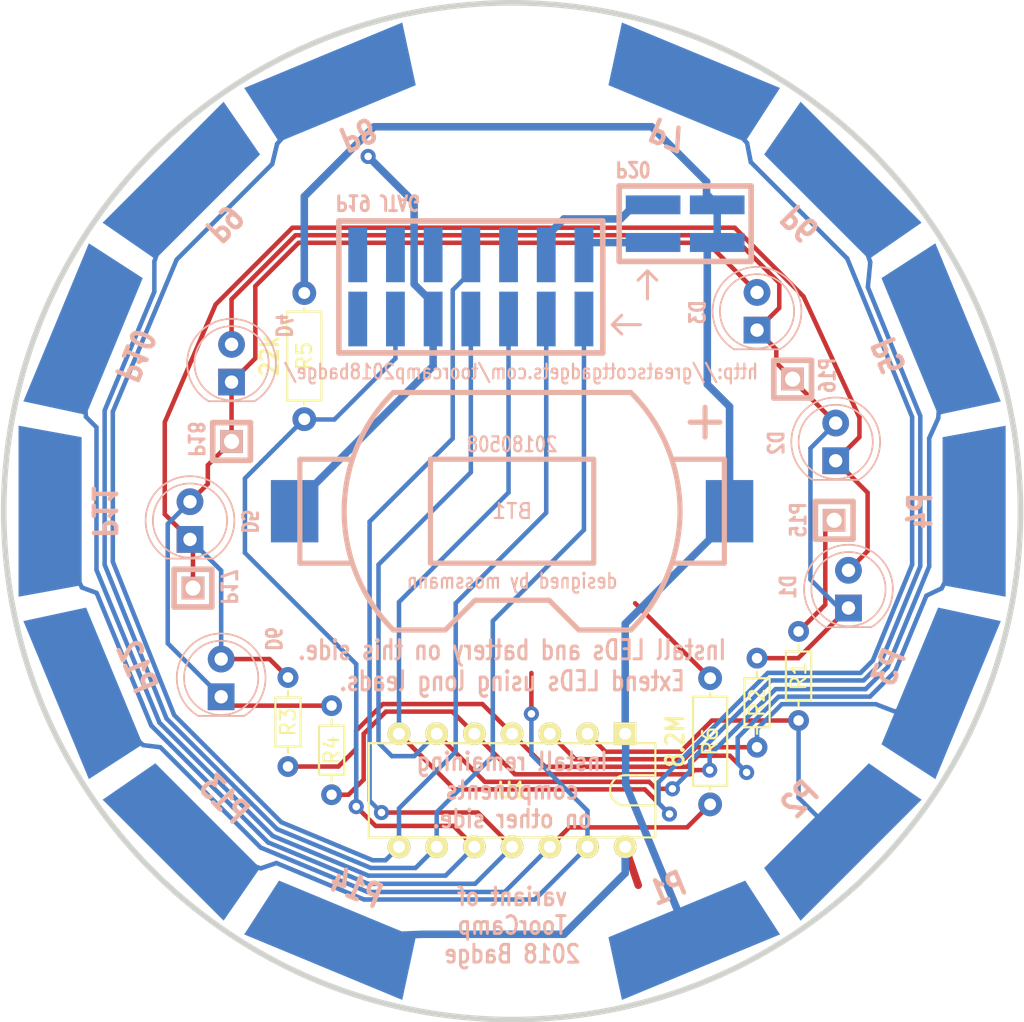
<source format=kicad_pcb>
(kicad_pcb (version 4) (host pcbnew 4.0.6)

  (general
    (links 65)
    (no_connects 2)
    (area 115.559499 65.559499 184.440501 134.440501)
    (thickness 1.6002)
    (drawings 48)
    (tracks 272)
    (zones 0)
    (modules 36)
    (nets 21)
  )

  (page A4)
  (title_block
    (title "Firefly Cap")
    (date "4 April 2018")
    (company "Copyright 2018 Great Scott Gadgets")
    (comment 1 "License: BSD-3-Clause, http://greatscottgadgets.com/toorcamp2018badge/")
  )

  (layers
    (0 Front signal)
    (31 Back signal)
    (32 B.Adhes user hide)
    (33 F.Adhes user hide)
    (34 B.Paste user)
    (35 F.Paste user)
    (36 B.SilkS user)
    (37 F.SilkS user)
    (38 B.Mask user)
    (39 F.Mask user)
    (40 Dwgs.User user)
    (41 Cmts.User user hide)
    (42 Eco1.User user hide)
    (43 Eco2.User user hide)
    (44 Edge.Cuts user)
  )

  (setup
    (last_trace_width 0.3048)
    (user_trace_width 0.2032)
    (user_trace_width 0.508)
    (trace_clearance 0.2032)
    (zone_clearance 0.3)
    (zone_45_only no)
    (trace_min 0.2032)
    (segment_width 0.381)
    (edge_width 0.381)
    (via_size 1.143)
    (via_drill 0.635)
    (via_min_size 0.762)
    (via_min_drill 0.381)
    (user_via 0.8128 0.381)
    (user_via 1.016 0.508)
    (uvia_size 0.508)
    (uvia_drill 0.127)
    (uvias_allowed no)
    (uvia_min_size 0.508)
    (uvia_min_drill 0.127)
    (pcb_text_width 0.3048)
    (pcb_text_size 1.524 2.032)
    (mod_edge_width 0.2032)
    (mod_text_size 1.524 1.524)
    (mod_text_width 0.3048)
    (pad_size 3.2 3.2)
    (pad_drill 3.2)
    (pad_to_mask_clearance 0.254)
    (pad_to_paste_clearance_ratio -0.12)
    (aux_axis_origin 0 0)
    (visible_elements FFFEFF7F)
    (pcbplotparams
      (layerselection 0x010f0_80000001)
      (usegerberextensions true)
      (excludeedgelayer true)
      (linewidth 0.150000)
      (plotframeref false)
      (viasonmask false)
      (mode 1)
      (useauxorigin false)
      (hpglpennumber 1)
      (hpglpenspeed 20)
      (hpglpendiameter 15)
      (hpglpenoverlay 0)
      (psnegative false)
      (psa4output false)
      (plotreference true)
      (plotvalue true)
      (plotinvisibletext false)
      (padsonsilk false)
      (subtractmaskfromsilk false)
      (outputformat 1)
      (mirror false)
      (drillshape 0)
      (scaleselection 1)
      (outputdirectory gerber))
  )

  (net 0 "")
  (net 1 /P1.0)
  (net 2 /P2.6)
  (net 3 /P2.7)
  (net 4 /TCK)
  (net 5 /TDI)
  (net 6 /TDO)
  (net 7 /TEST)
  (net 8 /TMS)
  (net 9 /VTGT)
  (net 10 /VTOOL)
  (net 11 GND)
  (net 12 VCC)
  (net 13 /P1.1)
  (net 14 /P1.2)
  (net 15 /P1.3)
  (net 16 /!RST)
  (net 17 /P16)
  (net 18 /P17)
  (net 19 /P18)
  (net 20 /P15)

  (net_class Default "This is the default net class."
    (clearance 0.2032)
    (trace_width 0.3048)
    (via_dia 1.143)
    (via_drill 0.635)
    (uvia_dia 0.508)
    (uvia_drill 0.127)
    (add_net /!RST)
    (add_net /P1.0)
    (add_net /P1.1)
    (add_net /P1.2)
    (add_net /P1.3)
    (add_net /P15)
    (add_net /P16)
    (add_net /P17)
    (add_net /P18)
    (add_net /P2.6)
    (add_net /P2.7)
    (add_net /TCK)
    (add_net /TDI)
    (add_net /TDO)
    (add_net /TEST)
    (add_net /TMS)
    (add_net /VTGT)
    (add_net /VTOOL)
    (add_net GND)
    (add_net VCC)
  )

  (module Mounting_Holes:MountingHole_3.2mm_M3 (layer Front) (tedit 5AE25558) (tstamp 5ACBA350)
    (at 147.2 77)
    (descr "Mounting Hole 3.2mm, no annular, M3")
    (tags "mounting hole 3.2mm no annular m3")
    (attr virtual)
    (fp_text reference REF** (at 0 -4.2) (layer F.SilkS) hide
      (effects (font (size 1 1) (thickness 0.15)))
    )
    (fp_text value MountingHole_3.2mm_M3 (at 0 4.2) (layer F.Fab) hide
      (effects (font (size 1 1) (thickness 0.15)))
    )
    (fp_text user %R (at 0.3 0) (layer F.Fab)
      (effects (font (size 1 1) (thickness 0.15)))
    )
    (fp_circle (center 0 0) (end 3.2 0) (layer Cmts.User) (width 0.15))
    (fp_circle (center 0 0) (end 3.45 0) (layer F.CrtYd) (width 0.05))
    (pad "" np_thru_hole circle (at -0.2 0.1) (size 3.2 3.2) (drill 3.2) (layers *.Cu *.Mask))
  )

  (module Mounting_Holes:MountingHole_3.2mm_M3 (layer Front) (tedit 5AE25552) (tstamp 5ACBA302)
    (at 152.8 77)
    (descr "Mounting Hole 3.2mm, no annular, M3")
    (tags "mounting hole 3.2mm no annular m3")
    (attr virtual)
    (fp_text reference REF** (at 0 -4.2) (layer F.SilkS) hide
      (effects (font (size 1 1) (thickness 0.15)))
    )
    (fp_text value MountingHole_3.2mm_M3 (at 0 4.2) (layer F.Fab) hide
      (effects (font (size 1 1) (thickness 0.15)))
    )
    (fp_text user %R (at 0.3 0) (layer F.Fab)
      (effects (font (size 1 1) (thickness 0.15)))
    )
    (fp_circle (center 0 0) (end 3.2 0) (layer Cmts.User) (width 0.15))
    (fp_circle (center 0 0) (end 3.45 0) (layer F.CrtYd) (width 0.05))
    (pad "" np_thru_hole circle (at 0.2 0.1) (size 3.2 3.2) (drill 3.2) (layers *.Cu *.Mask))
  )

  (module gsg-modules:BU2032SM-BT (layer Back) (tedit 5AE2AA1C) (tstamp 5AC6BE53)
    (at 150 100 180)
    (tags CR2032)
    (path /5AC2C178)
    (fp_text reference BT1 (at 0 0 180) (layer B.SilkS)
      (effects (font (size 1 1) (thickness 0.15)) (justify mirror))
    )
    (fp_text value CR2032 (at 0 0.5 180) (layer B.Fab)
      (effects (font (size 1 1) (thickness 0.15)) (justify mirror))
    )
    (fp_line (start -14 6) (end -12 6) (layer B.SilkS) (width 0.35))
    (fp_line (start -13 7) (end -13 5) (layer B.SilkS) (width 0.35))
    (fp_line (start 4.5 -8) (end 8 -8) (layer B.SilkS) (width 0.35))
    (fp_line (start 2.5 -6) (end 4.5 -8) (layer B.SilkS) (width 0.35))
    (fp_line (start -2.5 -6) (end 2.5 -6) (layer B.SilkS) (width 0.35))
    (fp_line (start -4.5 -8) (end -2.5 -6) (layer B.SilkS) (width 0.35))
    (fp_line (start -8 -8) (end -4.5 -8) (layer B.SilkS) (width 0.35))
    (fp_line (start -8 8) (end 8 8) (layer B.SilkS) (width 0.35))
    (fp_arc (start 0 0) (end -8 -8) (angle -90) (layer B.SilkS) (width 0.35))
    (fp_arc (start 0 0) (end 8 8) (angle -90) (layer B.SilkS) (width 0.35))
    (fp_line (start 14.3 3.5) (end 14.3 -3.5) (layer B.SilkS) (width 0.35))
    (fp_line (start -14.3 3.5) (end -14.3 -3.5) (layer B.SilkS) (width 0.35))
    (fp_line (start 14.3 -3.5) (end 10.8 -3.5) (layer B.SilkS) (width 0.35))
    (fp_line (start 14.3 3.5) (end 10.8 3.5) (layer B.SilkS) (width 0.35))
    (fp_line (start -14.3 -3.5) (end -10.8 -3.5) (layer B.SilkS) (width 0.35))
    (fp_line (start -14.3 3.5) (end -10.8 3.5) (layer B.SilkS) (width 0.35))
    (fp_line (start -5.5 -3.5) (end -5.5 3.5) (layer B.SilkS) (width 0.35))
    (fp_line (start 5.5 -3.5) (end -5.5 -3.5) (layer B.SilkS) (width 0.35))
    (fp_line (start 5.5 3.5) (end 5.5 -3.5) (layer B.SilkS) (width 0.35))
    (fp_line (start -5.5 3.5) (end 5.5 3.5) (layer B.SilkS) (width 0.35))
    (pad 1 smd rect (at -14.65 0 180) (size 3.2 4.2) (layers Back B.Paste B.Mask)
      (net 12 VCC))
    (pad 2 smd rect (at 14.65 0 180) (size 3.2 4.2) (layers Back B.Paste B.Mask)
      (net 11 GND))
  )

  (module LEDs:LED_D5.0mm (layer Back) (tedit 5ACBAB3D) (tstamp 5AC6BE59)
    (at 172.66 106.52 90)
    (descr "LED, diameter 5.0mm, 2 pins, http://cdn-reichelt.de/documents/datenblatt/A500/LL-504BC2E-009.pdf")
    (tags "LED diameter 5.0mm 2 pins")
    (path /5AC370C8)
    (fp_text reference D1 (at 0 0 90) (layer B.SilkS) hide
      (effects (font (size 1 1) (thickness 0.15)) (justify mirror))
    )
    (fp_text value LED (at 1.27 -3.96 90) (layer B.Fab) hide
      (effects (font (size 1 1) (thickness 0.15)) (justify mirror))
    )
    (fp_arc (start 1.27 0) (end -1.23 1.469694) (angle -299.1) (layer B.Fab) (width 0.1))
    (fp_arc (start 1.27 0) (end -1.29 1.54483) (angle -148.9) (layer B.SilkS) (width 0.12))
    (fp_arc (start 1.27 0) (end -1.29 -1.54483) (angle 148.9) (layer B.SilkS) (width 0.12))
    (fp_circle (center 1.27 0) (end 3.77 0) (layer B.Fab) (width 0.1))
    (fp_circle (center 1.27 0) (end 3.77 0) (layer B.SilkS) (width 0.12))
    (fp_line (start -1.23 1.469694) (end -1.23 -1.469694) (layer B.Fab) (width 0.1))
    (fp_line (start -1.29 1.545) (end -1.29 -1.545) (layer B.SilkS) (width 0.12))
    (fp_line (start -1.95 3.25) (end -1.95 -3.25) (layer B.CrtYd) (width 0.05))
    (fp_line (start -1.95 -3.25) (end 4.5 -3.25) (layer B.CrtYd) (width 0.05))
    (fp_line (start 4.5 -3.25) (end 4.5 3.25) (layer B.CrtYd) (width 0.05))
    (fp_line (start 4.5 3.25) (end -1.95 3.25) (layer B.CrtYd) (width 0.05))
    (fp_text user %R (at 1.25 0 90) (layer B.Fab)
      (effects (font (size 0.8 0.8) (thickness 0.2)) (justify mirror))
    )
    (pad 1 thru_hole rect (at 0 0 90) (size 1.8 1.8) (drill 0.9) (layers *.Cu *.Mask)
      (net 17 /P16))
    (pad 2 thru_hole circle (at 2.54 0 90) (size 1.8 1.8) (drill 0.9) (layers *.Cu *.Mask)
      (net 18 /P17))
    (model ${KISYS3DMOD}/LEDs.3dshapes/LED_D5.0mm.wrl
      (at (xyz 0 0 0))
      (scale (xyz 0.393701 0.393701 0.393701))
      (rotate (xyz 0 0 0))
    )
  )

  (module LEDs:LED_D5.0mm (layer Back) (tedit 5ACBAB6C) (tstamp 5AC6BE5E)
    (at 171.8 96.6 90)
    (descr "LED, diameter 5.0mm, 2 pins, http://cdn-reichelt.de/documents/datenblatt/A500/LL-504BC2E-009.pdf")
    (tags "LED diameter 5.0mm 2 pins")
    (path /5AF2431F)
    (fp_text reference D2 (at 0 0 90) (layer B.SilkS) hide
      (effects (font (size 1 1) (thickness 0.15)) (justify mirror))
    )
    (fp_text value LED (at 1.27 -3.96 90) (layer B.Fab) hide
      (effects (font (size 1 1) (thickness 0.15)) (justify mirror))
    )
    (fp_arc (start 1.27 0) (end -1.23 1.469694) (angle -299.1) (layer B.Fab) (width 0.1))
    (fp_arc (start 1.27 0) (end -1.29 1.54483) (angle -148.9) (layer B.SilkS) (width 0.12))
    (fp_arc (start 1.27 0) (end -1.29 -1.54483) (angle 148.9) (layer B.SilkS) (width 0.12))
    (fp_circle (center 1.27 0) (end 3.77 0) (layer B.Fab) (width 0.1))
    (fp_circle (center 1.27 0) (end 3.77 0) (layer B.SilkS) (width 0.12))
    (fp_line (start -1.23 1.469694) (end -1.23 -1.469694) (layer B.Fab) (width 0.1))
    (fp_line (start -1.29 1.545) (end -1.29 -1.545) (layer B.SilkS) (width 0.12))
    (fp_line (start -1.95 3.25) (end -1.95 -3.25) (layer B.CrtYd) (width 0.05))
    (fp_line (start -1.95 -3.25) (end 4.5 -3.25) (layer B.CrtYd) (width 0.05))
    (fp_line (start 4.5 -3.25) (end 4.5 3.25) (layer B.CrtYd) (width 0.05))
    (fp_line (start 4.5 3.25) (end -1.95 3.25) (layer B.CrtYd) (width 0.05))
    (fp_text user %R (at 1.25 0 90) (layer B.Fab)
      (effects (font (size 0.8 0.8) (thickness 0.2)) (justify mirror))
    )
    (pad 1 thru_hole rect (at 0 0 90) (size 1.8 1.8) (drill 0.9) (layers *.Cu *.Mask)
      (net 18 /P17))
    (pad 2 thru_hole circle (at 2.54 0 90) (size 1.8 1.8) (drill 0.9) (layers *.Cu *.Mask)
      (net 17 /P16))
    (model ${KISYS3DMOD}/LEDs.3dshapes/LED_D5.0mm.wrl
      (at (xyz 0 0 0))
      (scale (xyz 0.393701 0.393701 0.393701))
      (rotate (xyz 0 0 0))
    )
  )

  (module LEDs:LED_D5.0mm (layer Back) (tedit 5ACBAB74) (tstamp 5AC6BE68)
    (at 166.5 87.8 90)
    (descr "LED, diameter 5.0mm, 2 pins, http://cdn-reichelt.de/documents/datenblatt/A500/LL-504BC2E-009.pdf")
    (tags "LED diameter 5.0mm 2 pins")
    (path /5AF2460B)
    (fp_text reference D3 (at 0 0 90) (layer B.SilkS) hide
      (effects (font (size 1 1) (thickness 0.15)) (justify mirror))
    )
    (fp_text value LED (at 1.27 -3.96 90) (layer B.Fab) hide
      (effects (font (size 1 1) (thickness 0.15)) (justify mirror))
    )
    (fp_arc (start 1.27 0) (end -1.23 1.469694) (angle -299.1) (layer B.Fab) (width 0.1))
    (fp_arc (start 1.27 0) (end -1.29 1.54483) (angle -148.9) (layer B.SilkS) (width 0.12))
    (fp_arc (start 1.27 0) (end -1.29 -1.54483) (angle 148.9) (layer B.SilkS) (width 0.12))
    (fp_circle (center 1.27 0) (end 3.77 0) (layer B.Fab) (width 0.1))
    (fp_circle (center 1.27 0) (end 3.77 0) (layer B.SilkS) (width 0.12))
    (fp_line (start -1.23 1.469694) (end -1.23 -1.469694) (layer B.Fab) (width 0.1))
    (fp_line (start -1.29 1.545) (end -1.29 -1.545) (layer B.SilkS) (width 0.12))
    (fp_line (start -1.95 3.25) (end -1.95 -3.25) (layer B.CrtYd) (width 0.05))
    (fp_line (start -1.95 -3.25) (end 4.5 -3.25) (layer B.CrtYd) (width 0.05))
    (fp_line (start 4.5 -3.25) (end 4.5 3.25) (layer B.CrtYd) (width 0.05))
    (fp_line (start 4.5 3.25) (end -1.95 3.25) (layer B.CrtYd) (width 0.05))
    (fp_text user %R (at 1.25 0 90) (layer B.Fab)
      (effects (font (size 0.8 0.8) (thickness 0.2)) (justify mirror))
    )
    (pad 1 thru_hole rect (at 0 0 90) (size 1.8 1.8) (drill 0.9) (layers *.Cu *.Mask)
      (net 17 /P16))
    (pad 2 thru_hole circle (at 2.54 0 90) (size 1.8 1.8) (drill 0.9) (layers *.Cu *.Mask)
      (net 19 /P18))
    (model ${KISYS3DMOD}/LEDs.3dshapes/LED_D5.0mm.wrl
      (at (xyz 0 0 0))
      (scale (xyz 0.393701 0.393701 0.393701))
      (rotate (xyz 0 0 0))
    )
  )

  (module LEDs:LED_D5.0mm (layer Back) (tedit 5ACBABC6) (tstamp 5AC6BE6E)
    (at 131.1 91.3 90)
    (descr "LED, diameter 5.0mm, 2 pins, http://cdn-reichelt.de/documents/datenblatt/A500/LL-504BC2E-009.pdf")
    (tags "LED diameter 5.0mm 2 pins")
    (path /5AF246A7)
    (fp_text reference D4 (at 0 0 90) (layer B.SilkS) hide
      (effects (font (size 1 1) (thickness 0.15)) (justify mirror))
    )
    (fp_text value LED (at 1.27 -3.96 90) (layer B.Fab) hide
      (effects (font (size 1 1) (thickness 0.15)) (justify mirror))
    )
    (fp_arc (start 1.27 0) (end -1.23 1.469694) (angle -299.1) (layer B.Fab) (width 0.1))
    (fp_arc (start 1.27 0) (end -1.29 1.54483) (angle -148.9) (layer B.SilkS) (width 0.12))
    (fp_arc (start 1.27 0) (end -1.29 -1.54483) (angle 148.9) (layer B.SilkS) (width 0.12))
    (fp_circle (center 1.27 0) (end 3.77 0) (layer B.Fab) (width 0.1))
    (fp_circle (center 1.27 0) (end 3.77 0) (layer B.SilkS) (width 0.12))
    (fp_line (start -1.23 1.469694) (end -1.23 -1.469694) (layer B.Fab) (width 0.1))
    (fp_line (start -1.29 1.545) (end -1.29 -1.545) (layer B.SilkS) (width 0.12))
    (fp_line (start -1.95 3.25) (end -1.95 -3.25) (layer B.CrtYd) (width 0.05))
    (fp_line (start -1.95 -3.25) (end 4.5 -3.25) (layer B.CrtYd) (width 0.05))
    (fp_line (start 4.5 -3.25) (end 4.5 3.25) (layer B.CrtYd) (width 0.05))
    (fp_line (start 4.5 3.25) (end -1.95 3.25) (layer B.CrtYd) (width 0.05))
    (fp_text user %R (at 1.25 0 90) (layer B.Fab)
      (effects (font (size 0.8 0.8) (thickness 0.2)) (justify mirror))
    )
    (pad 1 thru_hole rect (at 0 0 90) (size 1.8 1.8) (drill 0.9) (layers *.Cu *.Mask)
      (net 19 /P18))
    (pad 2 thru_hole circle (at 2.54 0 90) (size 1.8 1.8) (drill 0.9) (layers *.Cu *.Mask)
      (net 17 /P16))
    (model ${KISYS3DMOD}/LEDs.3dshapes/LED_D5.0mm.wrl
      (at (xyz 0 0 0))
      (scale (xyz 0.393701 0.393701 0.393701))
      (rotate (xyz 0 0 0))
    )
  )

  (module LEDs:LED_D5.0mm (layer Back) (tedit 5ACBABCF) (tstamp 5AC6BE74)
    (at 128.3 101.9 90)
    (descr "LED, diameter 5.0mm, 2 pins, http://cdn-reichelt.de/documents/datenblatt/A500/LL-504BC2E-009.pdf")
    (tags "LED diameter 5.0mm 2 pins")
    (path /5AF24874)
    (fp_text reference D5 (at 0 0 90) (layer B.SilkS) hide
      (effects (font (size 1 1) (thickness 0.15)) (justify mirror))
    )
    (fp_text value LED (at 1.27 -3.96 90) (layer B.Fab) hide
      (effects (font (size 1 1) (thickness 0.15)) (justify mirror))
    )
    (fp_arc (start 1.27 0) (end -1.23 1.469694) (angle -299.1) (layer B.Fab) (width 0.1))
    (fp_arc (start 1.27 0) (end -1.29 1.54483) (angle -148.9) (layer B.SilkS) (width 0.12))
    (fp_arc (start 1.27 0) (end -1.29 -1.54483) (angle 148.9) (layer B.SilkS) (width 0.12))
    (fp_circle (center 1.27 0) (end 3.77 0) (layer B.Fab) (width 0.1))
    (fp_circle (center 1.27 0) (end 3.77 0) (layer B.SilkS) (width 0.12))
    (fp_line (start -1.23 1.469694) (end -1.23 -1.469694) (layer B.Fab) (width 0.1))
    (fp_line (start -1.29 1.545) (end -1.29 -1.545) (layer B.SilkS) (width 0.12))
    (fp_line (start -1.95 3.25) (end -1.95 -3.25) (layer B.CrtYd) (width 0.05))
    (fp_line (start -1.95 -3.25) (end 4.5 -3.25) (layer B.CrtYd) (width 0.05))
    (fp_line (start 4.5 -3.25) (end 4.5 3.25) (layer B.CrtYd) (width 0.05))
    (fp_line (start 4.5 3.25) (end -1.95 3.25) (layer B.CrtYd) (width 0.05))
    (fp_text user %R (at 1.25 0 90) (layer B.Fab)
      (effects (font (size 0.8 0.8) (thickness 0.2)) (justify mirror))
    )
    (pad 1 thru_hole rect (at 0 0 90) (size 1.8 1.8) (drill 0.9) (layers *.Cu *.Mask)
      (net 18 /P17))
    (pad 2 thru_hole circle (at 2.54 0 90) (size 1.8 1.8) (drill 0.9) (layers *.Cu *.Mask)
      (net 19 /P18))
    (model ${KISYS3DMOD}/LEDs.3dshapes/LED_D5.0mm.wrl
      (at (xyz 0 0 0))
      (scale (xyz 0.393701 0.393701 0.393701))
      (rotate (xyz 0 0 0))
    )
  )

  (module LEDs:LED_D5.0mm (layer Back) (tedit 5ACBABD7) (tstamp 5AC6BE7A)
    (at 130.4 112.5 90)
    (descr "LED, diameter 5.0mm, 2 pins, http://cdn-reichelt.de/documents/datenblatt/A500/LL-504BC2E-009.pdf")
    (tags "LED diameter 5.0mm 2 pins")
    (path /5AF2490F)
    (fp_text reference D6 (at 0 0 90) (layer B.SilkS) hide
      (effects (font (size 1 1) (thickness 0.15)) (justify mirror))
    )
    (fp_text value LED (at 1.27 -3.96 90) (layer B.Fab) hide
      (effects (font (size 1 1) (thickness 0.15)) (justify mirror))
    )
    (fp_arc (start 1.27 0) (end -1.23 1.469694) (angle -299.1) (layer B.Fab) (width 0.1))
    (fp_arc (start 1.27 0) (end -1.29 1.54483) (angle -148.9) (layer B.SilkS) (width 0.12))
    (fp_arc (start 1.27 0) (end -1.29 -1.54483) (angle 148.9) (layer B.SilkS) (width 0.12))
    (fp_circle (center 1.27 0) (end 3.77 0) (layer B.Fab) (width 0.1))
    (fp_circle (center 1.27 0) (end 3.77 0) (layer B.SilkS) (width 0.12))
    (fp_line (start -1.23 1.469694) (end -1.23 -1.469694) (layer B.Fab) (width 0.1))
    (fp_line (start -1.29 1.545) (end -1.29 -1.545) (layer B.SilkS) (width 0.12))
    (fp_line (start -1.95 3.25) (end -1.95 -3.25) (layer B.CrtYd) (width 0.05))
    (fp_line (start -1.95 -3.25) (end 4.5 -3.25) (layer B.CrtYd) (width 0.05))
    (fp_line (start 4.5 -3.25) (end 4.5 3.25) (layer B.CrtYd) (width 0.05))
    (fp_line (start 4.5 3.25) (end -1.95 3.25) (layer B.CrtYd) (width 0.05))
    (fp_text user %R (at 1.25 0 90) (layer B.Fab)
      (effects (font (size 0.8 0.8) (thickness 0.2)) (justify mirror))
    )
    (pad 1 thru_hole rect (at 0 0 90) (size 1.8 1.8) (drill 0.9) (layers *.Cu *.Mask)
      (net 19 /P18))
    (pad 2 thru_hole circle (at 2.54 0 90) (size 1.8 1.8) (drill 0.9) (layers *.Cu *.Mask)
      (net 18 /P17))
    (model ${KISYS3DMOD}/LEDs.3dshapes/LED_D5.0mm.wrl
      (at (xyz 0 0 0))
      (scale (xyz 0.393701 0.393701 0.393701))
      (rotate (xyz 0 0 0))
    )
  )

  (module gsg-modules:HEADER-1x1 (layer Back) (tedit 5ACBA128) (tstamp 5AC6BEC7)
    (at 171.7 100.61)
    (tags CONN)
    (path /4CEED92C)
    (fp_text reference P15 (at 0 0) (layer B.SilkS) hide
      (effects (font (size 1.016 1.016) (thickness 0.2032)) (justify mirror))
    )
    (fp_text value CONN_1 (at 0 0) (layer B.SilkS) hide
      (effects (font (size 1.016 1.016) (thickness 0.2032)) (justify mirror))
    )
    (fp_line (start -1.27 1.27) (end 1.27 1.27) (layer B.SilkS) (width 0.381))
    (fp_line (start 1.27 1.27) (end 1.27 -1.27) (layer B.SilkS) (width 0.381))
    (fp_line (start 1.27 -1.27) (end -1.27 -1.27) (layer B.SilkS) (width 0.381))
    (fp_line (start -1.27 1.27) (end -1.27 -1.27) (layer B.SilkS) (width 0.381))
    (pad 1 thru_hole rect (at 0 0) (size 1.524 1.524) (drill 1.016) (layers *.Cu *.Mask B.SilkS)
      (net 20 /P15))
  )

  (module gsg-modules:HEADER-1x1 (layer Back) (tedit 5ACBA14E) (tstamp 5AC6BECB)
    (at 168.9 91.1 270)
    (tags CONN)
    (path /4CEED935)
    (fp_text reference P16 (at 0 0 270) (layer B.SilkS) hide
      (effects (font (size 1.016 1.016) (thickness 0.2032)) (justify mirror))
    )
    (fp_text value CONN_1 (at 0 0 270) (layer B.SilkS) hide
      (effects (font (size 1.016 1.016) (thickness 0.2032)) (justify mirror))
    )
    (fp_line (start -1.27 1.27) (end 1.27 1.27) (layer B.SilkS) (width 0.381))
    (fp_line (start 1.27 1.27) (end 1.27 -1.27) (layer B.SilkS) (width 0.381))
    (fp_line (start 1.27 -1.27) (end -1.27 -1.27) (layer B.SilkS) (width 0.381))
    (fp_line (start -1.27 1.27) (end -1.27 -1.27) (layer B.SilkS) (width 0.381))
    (pad 1 thru_hole rect (at 0 0 270) (size 1.524 1.524) (drill 1.016) (layers *.Cu *.Mask B.SilkS)
      (net 17 /P16))
  )

  (module gsg-modules:HEADER-1x1 (layer Back) (tedit 5ACBA179) (tstamp 5AC6BECF)
    (at 128.5 105.18 180)
    (tags CONN)
    (path /4CEED937)
    (fp_text reference P17 (at 0 0 180) (layer B.SilkS) hide
      (effects (font (size 1.016 1.016) (thickness 0.2032)) (justify mirror))
    )
    (fp_text value CONN_1 (at 0 0 180) (layer B.SilkS) hide
      (effects (font (size 1.016 1.016) (thickness 0.2032)) (justify mirror))
    )
    (fp_line (start -1.27 1.27) (end 1.27 1.27) (layer B.SilkS) (width 0.381))
    (fp_line (start 1.27 1.27) (end 1.27 -1.27) (layer B.SilkS) (width 0.381))
    (fp_line (start 1.27 -1.27) (end -1.27 -1.27) (layer B.SilkS) (width 0.381))
    (fp_line (start -1.27 1.27) (end -1.27 -1.27) (layer B.SilkS) (width 0.381))
    (pad 1 thru_hole rect (at 0 0 180) (size 1.524 1.524) (drill 1.016) (layers *.Cu *.Mask B.SilkS)
      (net 18 /P17))
  )

  (module gsg-modules:HEADER-1x1 (layer Back) (tedit 5ACBA192) (tstamp 5AC6BED3)
    (at 131.1 95.3 90)
    (tags CONN)
    (path /4CEED93A)
    (fp_text reference P18 (at 0 0 90) (layer B.SilkS) hide
      (effects (font (size 1.016 1.016) (thickness 0.2032)) (justify mirror))
    )
    (fp_text value CONN_1 (at 0 0 90) (layer B.SilkS) hide
      (effects (font (size 1.016 1.016) (thickness 0.2032)) (justify mirror))
    )
    (fp_line (start -1.27 1.27) (end 1.27 1.27) (layer B.SilkS) (width 0.381))
    (fp_line (start 1.27 1.27) (end 1.27 -1.27) (layer B.SilkS) (width 0.381))
    (fp_line (start 1.27 -1.27) (end -1.27 -1.27) (layer B.SilkS) (width 0.381))
    (fp_line (start -1.27 1.27) (end -1.27 -1.27) (layer B.SilkS) (width 0.381))
    (pad 1 thru_hole rect (at 0 0 90) (size 1.524 1.524) (drill 1.016) (layers *.Cu *.Mask B.SilkS)
      (net 19 /P18))
  )

  (module gsg-modules:HEADER-SMT-2x7 (layer Back) (tedit 5ACBA0D3) (tstamp 5AC93DD1)
    (at 147.22 84.891 180)
    (tags CONN)
    (path /4F4AD8F5)
    (fp_text reference P19 (at 0 0 180) (layer B.SilkS) hide
      (effects (font (size 1.016 1.016) (thickness 0.2032)) (justify mirror))
    )
    (fp_text value JTAG (at 0 0 180) (layer B.SilkS) hide
      (effects (font (size 1.016 1.016) (thickness 0.2032)) (justify mirror))
    )
    (fp_line (start -8.89 -4.445) (end 8.89 -4.445) (layer B.SilkS) (width 0.381))
    (fp_line (start -8.89 4.445) (end 8.89 4.445) (layer B.SilkS) (width 0.381))
    (fp_line (start 8.89 4.445) (end 8.89 -4.445) (layer B.SilkS) (width 0.381))
    (fp_line (start -9.525 -2.54) (end -11.43 -2.54) (layer B.SilkS) (width 0.2032))
    (fp_line (start -9.525 -2.54) (end -10.16 -3.175) (layer B.SilkS) (width 0.2032))
    (fp_line (start -9.525 -2.54) (end -10.16 -1.905) (layer B.SilkS) (width 0.2032))
    (fp_line (start -8.89 4.445) (end -8.89 -4.445) (layer B.SilkS) (width 0.381))
    (pad 1 smd rect (at -7.62 -2.159 180) (size 1.27 3.683) (layers Back B.Paste B.Mask)
      (net 6 /TDO))
    (pad 2 smd rect (at -7.62 2.159 180) (size 1.27 3.683) (layers Back B.Paste B.Mask)
      (net 10 /VTOOL))
    (pad 3 smd rect (at -5.08 -2.159 180) (size 1.27 3.683) (layers Back B.Paste B.Mask)
      (net 5 /TDI))
    (pad 4 smd rect (at -5.08 2.159 180) (size 1.27 3.683) (layers Back B.Paste B.Mask)
      (net 9 /VTGT))
    (pad 5 smd rect (at -2.54 -2.159 180) (size 1.27 3.683) (layers Back B.Paste B.Mask)
      (net 8 /TMS))
    (pad 6 smd rect (at -2.54 2.159 180) (size 1.27 3.683) (layers Back B.Paste B.Mask))
    (pad 7 smd rect (at 0 -2.159 180) (size 1.27 3.683) (layers Back B.Paste B.Mask)
      (net 4 /TCK))
    (pad 8 smd rect (at 0 2.159 180) (size 1.27 3.683) (layers Back B.Paste B.Mask)
      (net 7 /TEST))
    (pad 9 smd rect (at 2.54 -2.159 180) (size 1.27 3.683) (layers Back B.Paste B.Mask)
      (net 11 GND))
    (pad 10 smd rect (at 2.54 2.159 180) (size 1.27 3.683) (layers Back B.Paste B.Mask))
    (pad 11 smd rect (at 5.08 -2.159 180) (size 1.27 3.683) (layers Back B.Paste B.Mask)
      (net 16 /!RST))
    (pad 12 smd rect (at 5.08 2.159 180) (size 1.27 3.683) (layers Back B.Paste B.Mask))
    (pad 13 smd rect (at 7.62 -2.159 180) (size 1.27 3.683) (layers Back B.Paste B.Mask))
    (pad 14 smd rect (at 7.62 2.159 180) (size 1.27 3.683) (layers Back B.Paste B.Mask))
  )

  (module gsg-modules:HEADER-SMT-2x2 (layer Back) (tedit 5ACBA1C8) (tstamp 5AC93DE9)
    (at 161.659 80.63 90)
    (tags CONN)
    (path /4FA2F133)
    (fp_text reference P20 (at 0 0 90) (layer B.SilkS) hide
      (effects (font (size 1.016 1.016) (thickness 0.2032)) (justify mirror))
    )
    (fp_text value CONN_2X2 (at 0 0 90) (layer B.SilkS) hide
      (effects (font (size 1.016 1.016) (thickness 0.2032)) (justify mirror))
    )
    (fp_line (start -2.54 4.445) (end 2.54 4.445) (layer B.SilkS) (width 0.381))
    (fp_line (start 2.54 4.445) (end 2.54 -4.445) (layer B.SilkS) (width 0.381))
    (fp_line (start 2.54 -4.445) (end -2.54 -4.445) (layer B.SilkS) (width 0.381))
    (fp_line (start -3.175 -2.54) (end -5.08 -2.54) (layer B.SilkS) (width 0.2032))
    (fp_line (start -3.175 -2.54) (end -3.81 -3.175) (layer B.SilkS) (width 0.2032))
    (fp_line (start -3.175 -2.54) (end -3.81 -1.905) (layer B.SilkS) (width 0.2032))
    (fp_line (start -2.54 4.445) (end -2.54 -4.445) (layer B.SilkS) (width 0.381))
    (pad 1 smd rect (at -1.27 -2.159 90) (size 1.27 3.683) (layers Back B.Paste B.Mask)
      (net 10 /VTOOL))
    (pad 2 smd rect (at -1.27 2.159 90) (size 1.27 3.683) (layers Back B.Paste B.Mask)
      (net 12 VCC))
    (pad 3 smd rect (at 1.27 -2.159 90) (size 1.27 3.683) (layers Back B.Paste B.Mask)
      (net 9 /VTGT))
    (pad 4 smd rect (at 1.27 2.159 90) (size 1.27 3.683) (layers Back B.Paste B.Mask)
      (net 12 VCC))
  )

  (module gsg-modules:TESTPOINT-TOORCAMP-2018-EDGE (layer Back) (tedit 5AE363C8) (tstamp 5ACA563D)
    (at 150 100 292.5)
    (path /5AC43005)
    (fp_text reference P1 (at 27 0 562.5) (layer B.SilkS) hide
      (effects (font (size 1 1) (thickness 0.15)) (justify mirror))
    )
    (fp_text value CONN_1 (at 31 0 562.5) (layer B.Fab)
      (effects (font (size 1 1) (thickness 0.15)) (justify mirror))
    )
    (pad 1 smd trapezoid (at 31.125 0 292.5) (size 4.25 10.75) (rect_delta -0.776 0 ) (layers Back B.Mask)
      (net 12 VCC))
    (pad 1 smd trapezoid (at 31.75 0 292.5) (size 5.5 12.25) (rect_delta -1.1 0 ) (layers B.Mask)
      (net 12 VCC))
  )

  (module gsg-modules:TESTPOINT-TOORCAMP-2018-EDGE (layer Back) (tedit 5AE363C8) (tstamp 5ACA5644)
    (at 150 100 315)
    (path /5AC430C3)
    (fp_text reference P2 (at 27 0 585) (layer B.SilkS) hide
      (effects (font (size 1 1) (thickness 0.15)) (justify mirror))
    )
    (fp_text value CONN_1 (at 31 0 585) (layer B.Fab)
      (effects (font (size 1 1) (thickness 0.15)) (justify mirror))
    )
    (pad 1 smd trapezoid (at 31.125 0 315) (size 4.25 10.75) (rect_delta -0.776 0 ) (layers Back B.Mask)
      (net 1 /P1.0))
    (pad 1 smd trapezoid (at 31.75 0 315) (size 5.5 12.25) (rect_delta -1.1 0 ) (layers B.Mask)
      (net 1 /P1.0))
  )

  (module gsg-modules:TESTPOINT-TOORCAMP-2018-EDGE (layer Back) (tedit 5AE363C8) (tstamp 5ACA564B)
    (at 150 100 337.5)
    (path /5AC431C6)
    (fp_text reference P3 (at 27 0 607.5) (layer B.SilkS) hide
      (effects (font (size 1 1) (thickness 0.15)) (justify mirror))
    )
    (fp_text value CONN_1 (at 31 0 607.5) (layer B.Fab)
      (effects (font (size 1 1) (thickness 0.15)) (justify mirror))
    )
    (pad 1 smd trapezoid (at 31.125 0 337.5) (size 4.25 10.75) (rect_delta -0.776 0 ) (layers Back B.Mask)
      (net 13 /P1.1))
    (pad 1 smd trapezoid (at 31.75 0 337.5) (size 5.5 12.25) (rect_delta -1.1 0 ) (layers B.Mask)
      (net 13 /P1.1))
  )

  (module gsg-modules:TESTPOINT-TOORCAMP-2018-EDGE (layer Back) (tedit 5AE363C8) (tstamp 5ACA5652)
    (at 150 100)
    (path /5AC431CC)
    (fp_text reference P4 (at 27 0 270) (layer B.SilkS) hide
      (effects (font (size 1 1) (thickness 0.15)) (justify mirror))
    )
    (fp_text value CONN_1 (at 31 0 270) (layer B.Fab)
      (effects (font (size 1 1) (thickness 0.15)) (justify mirror))
    )
    (pad 1 smd trapezoid (at 31.125 0) (size 4.25 10.75) (rect_delta -0.776 0 ) (layers Back B.Mask)
      (net 14 /P1.2))
    (pad 1 smd trapezoid (at 31.75 0) (size 5.5 12.25) (rect_delta -1.1 0 ) (layers B.Mask)
      (net 14 /P1.2))
  )

  (module gsg-modules:TESTPOINT-TOORCAMP-2018-EDGE (layer Back) (tedit 5AE363C8) (tstamp 5ACA5659)
    (at 150 100 22.5)
    (path /5AC432BE)
    (fp_text reference P5 (at 27 0 292.5) (layer B.SilkS) hide
      (effects (font (size 1 1) (thickness 0.15)) (justify mirror))
    )
    (fp_text value CONN_1 (at 31 0 292.5) (layer B.Fab)
      (effects (font (size 1 1) (thickness 0.15)) (justify mirror))
    )
    (pad 1 smd trapezoid (at 31.125 0 22.5) (size 4.25 10.75) (rect_delta -0.776 0 ) (layers Back B.Mask)
      (net 15 /P1.3))
    (pad 1 smd trapezoid (at 31.75 0 22.5) (size 5.5 12.25) (rect_delta -1.1 0 ) (layers B.Mask)
      (net 15 /P1.3))
  )

  (module gsg-modules:TESTPOINT-TOORCAMP-2018-EDGE (layer Back) (tedit 5AE363C8) (tstamp 5ACA5660)
    (at 150 100 45)
    (path /5AC432C4)
    (fp_text reference P6 (at 27 0 315) (layer B.SilkS) hide
      (effects (font (size 1 1) (thickness 0.15)) (justify mirror))
    )
    (fp_text value CONN_1 (at 31 0 315) (layer B.Fab)
      (effects (font (size 1 1) (thickness 0.15)) (justify mirror))
    )
    (pad 1 smd trapezoid (at 31.125 0 45) (size 4.25 10.75) (rect_delta -0.776 0 ) (layers Back B.Mask)
      (net 4 /TCK))
    (pad 1 smd trapezoid (at 31.75 0 45) (size 5.5 12.25) (rect_delta -1.1 0 ) (layers B.Mask)
      (net 4 /TCK))
  )

  (module gsg-modules:TESTPOINT-TOORCAMP-2018-EDGE (layer Back) (tedit 5AE363C8) (tstamp 5ACA5667)
    (at 150 100 67.5)
    (path /5AC432CA)
    (fp_text reference P7 (at 27 0 337.5) (layer B.SilkS) hide
      (effects (font (size 1 1) (thickness 0.15)) (justify mirror))
    )
    (fp_text value CONN_1 (at 31 0 337.5) (layer B.Fab)
      (effects (font (size 1 1) (thickness 0.15)) (justify mirror))
    )
    (pad 1 smd trapezoid (at 31.125 0 67.5) (size 4.25 10.75) (rect_delta -0.776 0 ) (layers Back B.Mask)
      (net 8 /TMS))
    (pad 1 smd trapezoid (at 31.75 0 67.5) (size 5.5 12.25) (rect_delta -1.1 0 ) (layers B.Mask)
      (net 8 /TMS))
  )

  (module gsg-modules:TESTPOINT-TOORCAMP-2018-EDGE (layer Back) (tedit 5AE363C8) (tstamp 5ACA566E)
    (at 150 100 112.5)
    (path /5AC419D6)
    (fp_text reference P8 (at 27 0 382.5) (layer B.SilkS) hide
      (effects (font (size 1 1) (thickness 0.15)) (justify mirror))
    )
    (fp_text value CONN_1 (at 31 0 382.5) (layer B.Fab)
      (effects (font (size 1 1) (thickness 0.15)) (justify mirror))
    )
    (pad 1 smd trapezoid (at 31.125 0 112.5) (size 4.25 10.75) (rect_delta -0.776 0 ) (layers Back B.Mask)
      (net 5 /TDI))
    (pad 1 smd trapezoid (at 31.75 0 112.5) (size 5.5 12.25) (rect_delta -1.1 0 ) (layers B.Mask)
      (net 5 /TDI))
  )

  (module gsg-modules:TESTPOINT-TOORCAMP-2018-EDGE (layer Back) (tedit 5AE363C8) (tstamp 5ACA5675)
    (at 150 100 135)
    (path /5AC41963)
    (fp_text reference P9 (at 27 0 405) (layer B.SilkS) hide
      (effects (font (size 1 1) (thickness 0.15)) (justify mirror))
    )
    (fp_text value CONN_1 (at 31 0 405) (layer B.Fab)
      (effects (font (size 1 1) (thickness 0.15)) (justify mirror))
    )
    (pad 1 smd trapezoid (at 31.125 0 135) (size 4.25 10.75) (rect_delta -0.776 0 ) (layers Back B.Mask)
      (net 6 /TDO))
    (pad 1 smd trapezoid (at 31.75 0 135) (size 5.5 12.25) (rect_delta -1.1 0 ) (layers B.Mask)
      (net 6 /TDO))
  )

  (module gsg-modules:TESTPOINT-TOORCAMP-2018-EDGE (layer Back) (tedit 5AE363C8) (tstamp 5ACA567C)
    (at 150 100 157.5)
    (path /5AC418F3)
    (fp_text reference P10 (at 27 0 427.5) (layer B.SilkS) hide
      (effects (font (size 1 1) (thickness 0.15)) (justify mirror))
    )
    (fp_text value CONN_1 (at 31 0 427.5) (layer B.Fab)
      (effects (font (size 1 1) (thickness 0.15)) (justify mirror))
    )
    (pad 1 smd trapezoid (at 31.125 0 157.5) (size 4.25 10.75) (rect_delta -0.776 0 ) (layers Back B.Mask)
      (net 16 /!RST))
    (pad 1 smd trapezoid (at 31.75 0 157.5) (size 5.5 12.25) (rect_delta -1.1 0 ) (layers B.Mask)
      (net 16 /!RST))
  )

  (module gsg-modules:TESTPOINT-TOORCAMP-2018-EDGE (layer Back) (tedit 5AE363C8) (tstamp 5ACA5683)
    (at 150 100 180)
    (path /5AC41886)
    (fp_text reference P11 (at 27 0 450) (layer B.SilkS) hide
      (effects (font (size 1 1) (thickness 0.15)) (justify mirror))
    )
    (fp_text value CONN_1 (at 31 0 450) (layer B.Fab)
      (effects (font (size 1 1) (thickness 0.15)) (justify mirror))
    )
    (pad 1 smd trapezoid (at 31.125 0 180) (size 4.25 10.75) (rect_delta -0.776 0 ) (layers Back B.Mask)
      (net 7 /TEST))
    (pad 1 smd trapezoid (at 31.75 0 180) (size 5.5 12.25) (rect_delta -1.1 0 ) (layers B.Mask)
      (net 7 /TEST))
  )

  (module gsg-modules:TESTPOINT-TOORCAMP-2018-EDGE (layer Back) (tedit 5AE363C8) (tstamp 5ACA568A)
    (at 150 100 202.5)
    (path /5AC4181C)
    (fp_text reference P12 (at 27 0 472.5) (layer B.SilkS) hide
      (effects (font (size 1 1) (thickness 0.15)) (justify mirror))
    )
    (fp_text value CONN_1 (at 31 0 472.5) (layer B.Fab)
      (effects (font (size 1 1) (thickness 0.15)) (justify mirror))
    )
    (pad 1 smd trapezoid (at 31.125 0 202.5) (size 4.25 10.75) (rect_delta -0.776 0 ) (layers Back B.Mask)
      (net 3 /P2.7))
    (pad 1 smd trapezoid (at 31.75 0 202.5) (size 5.5 12.25) (rect_delta -1.1 0 ) (layers B.Mask)
      (net 3 /P2.7))
  )

  (module gsg-modules:TESTPOINT-TOORCAMP-2018-EDGE (layer Back) (tedit 5AE363C8) (tstamp 5ACA5691)
    (at 150 100 225)
    (path /5AC41131)
    (fp_text reference P13 (at 27 0 495) (layer B.SilkS) hide
      (effects (font (size 1 1) (thickness 0.15)) (justify mirror))
    )
    (fp_text value CONN_1 (at 31 0 495) (layer B.Fab)
      (effects (font (size 1 1) (thickness 0.15)) (justify mirror))
    )
    (pad 1 smd trapezoid (at 31.125 0 225) (size 4.25 10.75) (rect_delta -0.776 0 ) (layers Back B.Mask)
      (net 2 /P2.6))
    (pad 1 smd trapezoid (at 31.75 0 225) (size 5.5 12.25) (rect_delta -1.1 0 ) (layers B.Mask)
      (net 2 /P2.6))
  )

  (module gsg-modules:TESTPOINT-TOORCAMP-2018-EDGE (layer Back) (tedit 5AE363C8) (tstamp 5ACA5698)
    (at 150 100 247.5)
    (path /5AC409A2)
    (fp_text reference P14 (at 27 0 517.5) (layer B.SilkS) hide
      (effects (font (size 1 1) (thickness 0.15)) (justify mirror))
    )
    (fp_text value CONN_1 (at 31 0 517.5) (layer B.Fab)
      (effects (font (size 1 1) (thickness 0.15)) (justify mirror))
    )
    (pad 1 smd trapezoid (at 31.125 0 247.5) (size 4.25 10.75) (rect_delta -0.776 0 ) (layers Back B.Mask)
      (net 11 GND))
    (pad 1 smd trapezoid (at 31.75 0 247.5) (size 5.5 12.25) (rect_delta -1.1 0 ) (layers B.Mask)
      (net 11 GND))
  )

  (module gsg-modules:DIP14 (layer Front) (tedit 5AF22B0F) (tstamp 5AC6BF03)
    (at 150 118.8 180)
    (tags CONN)
    (path /5AC27099)
    (fp_text reference U1 (at 0 0 180) (layer F.SilkS)
      (effects (font (size 1.016 1.016) (thickness 0.2032)))
    )
    (fp_text value MSP430G2211 (at 0 0 180) (layer F.SilkS) hide
      (effects (font (size 1.016 1.016) (thickness 0.2032)))
    )
    (fp_line (start -9.652 1.016) (end -7.62 1.016) (layer F.SilkS) (width 0.15))
    (fp_line (start -9.652 -1.016) (end -7.62 -1.016) (layer F.SilkS) (width 0.15))
    (fp_arc (start -7.62 0) (end -7.62 -1.016) (angle 180) (layer F.SilkS) (width 0.15))
    (fp_line (start -9.652 3.175) (end 9.652 3.175) (layer F.SilkS) (width 0.15))
    (fp_line (start 9.652 3.175) (end 9.652 -3.175) (layer F.SilkS) (width 0.15))
    (fp_line (start 9.652 -3.175) (end -9.652 -3.175) (layer F.SilkS) (width 0.15))
    (fp_line (start -9.652 3.175) (end -9.652 -3.175) (layer F.SilkS) (width 0.15))
    (pad 1 thru_hole rect (at -7.62 3.81 180) (size 1.524 1.524) (drill 0.8001) (layers *.Cu *.Mask F.SilkS)
      (net 12 VCC))
    (pad 14 thru_hole circle (at -7.62 -3.81 180) (size 1.524 1.524) (drill 0.8001) (layers *.Cu *.Mask F.SilkS)
      (net 11 GND))
    (pad 2 thru_hole circle (at -5.08 3.81 180) (size 1.524 1.524) (drill 0.8001) (layers *.Cu *.Mask F.SilkS)
      (net 1 /P1.0))
    (pad 13 thru_hole circle (at -5.08 -3.81 180) (size 1.524 1.524) (drill 0.8001) (layers *.Cu *.Mask F.SilkS)
      (net 2 /P2.6))
    (pad 3 thru_hole circle (at -2.54 3.81 180) (size 1.524 1.524) (drill 0.8001) (layers *.Cu *.Mask F.SilkS)
      (net 13 /P1.1))
    (pad 12 thru_hole circle (at -2.54 -3.81 180) (size 1.524 1.524) (drill 0.8001) (layers *.Cu *.Mask F.SilkS)
      (net 3 /P2.7))
    (pad 4 thru_hole circle (at 0 3.81 180) (size 1.524 1.524) (drill 0.8001) (layers *.Cu *.Mask F.SilkS)
      (net 14 /P1.2))
    (pad 11 thru_hole circle (at 0 -3.81 180) (size 1.524 1.524) (drill 0.8001) (layers *.Cu *.Mask F.SilkS)
      (net 7 /TEST))
    (pad 5 thru_hole circle (at 2.54 3.81 180) (size 1.524 1.524) (drill 0.8001) (layers *.Cu *.Mask F.SilkS)
      (net 15 /P1.3))
    (pad 10 thru_hole circle (at 2.54 -3.81 180) (size 1.524 1.524) (drill 0.8001) (layers *.Cu *.Mask F.SilkS)
      (net 16 /!RST))
    (pad 6 thru_hole circle (at 5.08 3.81 180) (size 1.524 1.524) (drill 0.8001) (layers *.Cu *.Mask F.SilkS)
      (net 4 /TCK))
    (pad 9 thru_hole circle (at 5.08 -3.81 180) (size 1.524 1.524) (drill 0.8001) (layers *.Cu *.Mask F.SilkS)
      (net 6 /TDO))
    (pad 7 thru_hole circle (at 7.62 3.81 180) (size 1.524 1.524) (drill 0.8001) (layers *.Cu *.Mask F.SilkS)
      (net 8 /TMS))
    (pad 8 thru_hole circle (at 7.62 -3.81 180) (size 1.524 1.524) (drill 0.8001) (layers *.Cu *.Mask F.SilkS)
      (net 5 /TDI))
  )

  (module gsg-modules:RESISTOR-AXIAL-1.7x3.3mm (layer Front) (tedit 5AF22A93) (tstamp 5AE2CE3A)
    (at 137.84 116.1 270)
    (path /5AC98AC5)
    (fp_text reference R4 (at 0 0 270) (layer F.SilkS)
      (effects (font (size 1 1) (thickness 0.15)))
    )
    (fp_text value 100 (at 0 0 270) (layer F.Fab)
      (effects (font (size 1 1) (thickness 0.15)))
    )
    (fp_line (start 1.65 0) (end 2.1 0) (layer F.SilkS) (width 0.15))
    (fp_line (start -1.65 0) (end -2.1 0) (layer F.SilkS) (width 0.15))
    (fp_line (start -1.65 0.85) (end -1.65 -0.85) (layer F.SilkS) (width 0.15))
    (fp_line (start 1.65 0.85) (end -1.65 0.85) (layer F.SilkS) (width 0.15))
    (fp_line (start 1.65 -0.85) (end 1.65 0.85) (layer F.SilkS) (width 0.15))
    (fp_line (start -1.65 -0.85) (end 1.65 -0.85) (layer F.SilkS) (width 0.15))
    (pad 1 thru_hole circle (at -3 0 270) (size 1.4 1.4) (drill 0.7) (layers *.Cu *.Mask)
      (net 19 /P18))
    (pad 2 thru_hole circle (at 3 0 270) (size 1.4 1.4) (drill 0.7) (layers *.Cu *.Mask)
      (net 15 /P1.3))
  )

  (module gsg-modules:RESISTOR-AXIAL-1.7x3.3mm (layer Front) (tedit 5AF22A93) (tstamp 5AE2CE2F)
    (at 134.9 114.2 270)
    (path /5AC98A2E)
    (fp_text reference R3 (at 0 0 270) (layer F.SilkS)
      (effects (font (size 1 1) (thickness 0.15)))
    )
    (fp_text value 100 (at 0 0 270) (layer F.Fab)
      (effects (font (size 1 1) (thickness 0.15)))
    )
    (fp_line (start 1.65 0) (end 2.1 0) (layer F.SilkS) (width 0.15))
    (fp_line (start -1.65 0) (end -2.1 0) (layer F.SilkS) (width 0.15))
    (fp_line (start -1.65 0.85) (end -1.65 -0.85) (layer F.SilkS) (width 0.15))
    (fp_line (start 1.65 0.85) (end -1.65 0.85) (layer F.SilkS) (width 0.15))
    (fp_line (start 1.65 -0.85) (end 1.65 0.85) (layer F.SilkS) (width 0.15))
    (fp_line (start -1.65 -0.85) (end 1.65 -0.85) (layer F.SilkS) (width 0.15))
    (pad 1 thru_hole circle (at -3 0 270) (size 1.4 1.4) (drill 0.7) (layers *.Cu *.Mask)
      (net 18 /P17))
    (pad 2 thru_hole circle (at 3 0 270) (size 1.4 1.4) (drill 0.7) (layers *.Cu *.Mask)
      (net 14 /P1.2))
  )

  (module gsg-modules:RESISTOR-AXIAL-2.3x6.0mm (layer Front) (tedit 5AF22AC2) (tstamp 5AE2CE50)
    (at 163.34 115.5 270)
    (path /5AC938CF)
    (fp_text reference R6 (at 0 0 270) (layer F.SilkS)
      (effects (font (size 1 1) (thickness 0.15)))
    )
    (fp_text value 8.2M (at 0 0 270) (layer F.Fab)
      (effects (font (size 1 1) (thickness 0.15)))
    )
    (fp_line (start -3 0) (end -3.25 0) (layer F.SilkS) (width 0.15))
    (fp_line (start 3 0) (end 3.25 0) (layer F.SilkS) (width 0.15))
    (fp_line (start -3 1.15) (end -3 -1.15) (layer F.SilkS) (width 0.15))
    (fp_line (start 3 1.15) (end -3 1.15) (layer F.SilkS) (width 0.15))
    (fp_line (start 3 -1.15) (end 3 1.15) (layer F.SilkS) (width 0.15))
    (fp_line (start -3 -1.15) (end 3 -1.15) (layer F.SilkS) (width 0.15))
    (pad 1 thru_hole circle (at -4.25 0 270) (size 1.6 1.6) (drill 0.8) (layers *.Cu *.Mask)
      (net 2 /P2.6))
    (pad 2 thru_hole circle (at 4.25 0 270) (size 1.6 1.6) (drill 0.8) (layers *.Cu *.Mask)
      (net 3 /P2.7))
  )

  (module gsg-modules:RESISTOR-AXIAL-1.7x3.3mm (layer Front) (tedit 5AF22A93) (tstamp 5AE2CE24)
    (at 166.5 112.9 270)
    (path /5AC989A0)
    (fp_text reference R2 (at 0 0 270) (layer F.SilkS)
      (effects (font (size 1 1) (thickness 0.15)))
    )
    (fp_text value 100 (at 0 0 270) (layer F.Fab)
      (effects (font (size 1 1) (thickness 0.15)))
    )
    (fp_line (start 1.65 0) (end 2.1 0) (layer F.SilkS) (width 0.15))
    (fp_line (start -1.65 0) (end -2.1 0) (layer F.SilkS) (width 0.15))
    (fp_line (start -1.65 0.85) (end -1.65 -0.85) (layer F.SilkS) (width 0.15))
    (fp_line (start 1.65 0.85) (end -1.65 0.85) (layer F.SilkS) (width 0.15))
    (fp_line (start 1.65 -0.85) (end 1.65 0.85) (layer F.SilkS) (width 0.15))
    (fp_line (start -1.65 -0.85) (end 1.65 -0.85) (layer F.SilkS) (width 0.15))
    (pad 1 thru_hole circle (at -3 0 270) (size 1.4 1.4) (drill 0.7) (layers *.Cu *.Mask)
      (net 17 /P16))
    (pad 2 thru_hole circle (at 3 0 270) (size 1.4 1.4) (drill 0.7) (layers *.Cu *.Mask)
      (net 13 /P1.1))
  )

  (module gsg-modules:RESISTOR-AXIAL-1.7x3.3mm (layer Front) (tedit 5AF22A93) (tstamp 5AE2CE19)
    (at 169.3 111.1 270)
    (path /4CEE81A0)
    (fp_text reference R1 (at 0 0 270) (layer F.SilkS)
      (effects (font (size 1 1) (thickness 0.15)))
    )
    (fp_text value 100 (at 0 0 270) (layer F.Fab)
      (effects (font (size 1 1) (thickness 0.15)))
    )
    (fp_line (start 1.65 0) (end 2.1 0) (layer F.SilkS) (width 0.15))
    (fp_line (start -1.65 0) (end -2.1 0) (layer F.SilkS) (width 0.15))
    (fp_line (start -1.65 0.85) (end -1.65 -0.85) (layer F.SilkS) (width 0.15))
    (fp_line (start 1.65 0.85) (end -1.65 0.85) (layer F.SilkS) (width 0.15))
    (fp_line (start 1.65 -0.85) (end 1.65 0.85) (layer F.SilkS) (width 0.15))
    (fp_line (start -1.65 -0.85) (end 1.65 -0.85) (layer F.SilkS) (width 0.15))
    (pad 1 thru_hole circle (at -3 0 270) (size 1.4 1.4) (drill 0.7) (layers *.Cu *.Mask)
      (net 20 /P15))
    (pad 2 thru_hole circle (at 3 0 270) (size 1.4 1.4) (drill 0.7) (layers *.Cu *.Mask)
      (net 1 /P1.0))
  )

  (module gsg-modules:RESISTOR-AXIAL-2.3x6.0mm (layer Front) (tedit 5AF22AC2) (tstamp 5AE2CE45)
    (at 136 89.55 270)
    (path /5AC94684)
    (fp_text reference R5 (at 0 0 270) (layer F.SilkS)
      (effects (font (size 1 1) (thickness 0.15)))
    )
    (fp_text value 22k (at 0 0 270) (layer F.Fab)
      (effects (font (size 1 1) (thickness 0.15)))
    )
    (fp_line (start -3 0) (end -3.25 0) (layer F.SilkS) (width 0.15))
    (fp_line (start 3 0) (end 3.25 0) (layer F.SilkS) (width 0.15))
    (fp_line (start -3 1.15) (end -3 -1.15) (layer F.SilkS) (width 0.15))
    (fp_line (start 3 1.15) (end -3 1.15) (layer F.SilkS) (width 0.15))
    (fp_line (start 3 -1.15) (end 3 1.15) (layer F.SilkS) (width 0.15))
    (fp_line (start -3 -1.15) (end 3 -1.15) (layer F.SilkS) (width 0.15))
    (pad 1 thru_hole circle (at -4.25 0 270) (size 1.6 1.6) (drill 0.8) (layers *.Cu *.Mask)
      (net 12 VCC))
    (pad 2 thru_hole circle (at 4.25 0 270) (size 1.6 1.6) (drill 0.8) (layers *.Cu *.Mask)
      (net 16 /!RST))
  )

  (gr_text "variant of\nToorCamp\n2018 Badge" (at 150 127.9) (layer B.SilkS)
    (effects (font (size 1.2 1) (thickness 0.2)) (justify mirror))
  )
  (gr_text "designed by mossmann" (at 150 104.7) (layer B.SilkS)
    (effects (font (size 1 0.8) (thickness 0.15)) (justify mirror))
  )
  (gr_text "Install remaining\ncomponents\non other side." (at 150 118.8) (layer B.SilkS)
    (effects (font (size 1.2 1) (thickness 0.2)) (justify mirror))
  )
  (gr_text 20180508 (at 150 95.5) (layer B.SilkS) (tstamp 5ACD1745)
    (effects (font (size 1 0.8) (thickness 0.15)) (justify mirror))
  )
  (gr_text 22k (at 133.65 89.55 90) (layer F.SilkS)
    (effects (font (size 1.2 1) (thickness 0.2)))
  )
  (gr_text 8.2M (at 160.98 115.5 90) (layer F.SilkS)
    (effects (font (size 1.2 1) (thickness 0.2)))
  )
  (gr_text P14 (at 139.5 125.4 337.5) (layer B.SilkS)
    (effects (font (size 1.5 1.2) (thickness 0.3)) (justify mirror))
  )
  (gr_text P13 (at 130.6 119.4 315) (layer B.SilkS)
    (effects (font (size 1.5 1.2) (thickness 0.3)) (justify mirror))
  )
  (gr_text P12 (at 124.7 110.5 292.5) (layer B.SilkS)
    (effects (font (size 1.5 1.2) (thickness 0.3)) (justify mirror))
  )
  (gr_text P11 (at 122.5 100 270) (layer B.SilkS)
    (effects (font (size 1.5 1.2) (thickness 0.3)) (justify mirror))
  )
  (gr_text P10 (at 124.6 89.5 247.5) (layer B.SilkS)
    (effects (font (size 1.5 1.2) (thickness 0.3)) (justify mirror))
  )
  (gr_text P9 (at 130.6 80.6 225) (layer B.SilkS)
    (effects (font (size 1.5 1.2) (thickness 0.3)) (justify mirror))
  )
  (gr_text P8 (at 139.6 74.6 202.5) (layer B.SilkS)
    (effects (font (size 1.5 1.2) (thickness 0.3)) (justify mirror))
  )
  (gr_text P7 (at 160.5 74.6 157.5) (layer B.SilkS)
    (effects (font (size 1.5 1.2) (thickness 0.3)) (justify mirror))
  )
  (gr_text P6 (at 169.4 80.6 135) (layer B.SilkS)
    (effects (font (size 1.5 1.2) (thickness 0.3)) (justify mirror))
  )
  (gr_text P5 (at 175.4 89.5 112.5) (layer B.SilkS)
    (effects (font (size 1.5 1.2) (thickness 0.3)) (justify mirror))
  )
  (gr_text P4 (at 177.5 100 90) (layer B.SilkS)
    (effects (font (size 1.5 1.2) (thickness 0.3)) (justify mirror))
  )
  (gr_text P3 (at 175.4 110.5 67.5) (layer B.SilkS)
    (effects (font (size 1.5 1.2) (thickness 0.3)) (justify mirror))
  )
  (gr_text P2 (at 169.4 119.4 45) (layer B.SilkS)
    (effects (font (size 1.5 1.2) (thickness 0.3)) (justify mirror))
  )
  (gr_text P1 (at 160.5 125.4 22.5) (layer B.SilkS)
    (effects (font (size 1.5 1.2) (thickness 0.3)) (justify mirror))
  )
  (gr_line (start 162 71) (end 138 129) (angle 90) (layer Cmts.User) (width 0.381))
  (gr_line (start 121 88) (end 179 112) (angle 90) (layer Cmts.User) (width 0.381))
  (gr_line (start 121 112) (end 179 88) (angle 90) (layer Cmts.User) (width 0.381))
  (gr_line (start 138 71) (end 162 129) (angle 90) (layer Cmts.User) (width 0.381))
  (gr_line (start 112 62) (end 191 141) (angle 90) (layer Cmts.User) (width 0.381))
  (gr_line (start 183 67) (end 114 136) (angle 90) (layer Cmts.User) (width 0.381))
  (gr_line (start 109 100) (end 191 100) (angle 90) (layer Cmts.User) (width 0.381))
  (gr_text "Install LEDs and battery on this side.\nExtend LEDs using long leads." (at 150 110.4) (layer B.SilkS)
    (effects (font (size 1.3 1) (thickness 0.2)) (justify mirror))
  )
  (gr_text D6 (at 133.9 108.6 270) (layer B.SilkS)
    (effects (font (size 1 0.8) (thickness 0.2)) (justify mirror))
  )
  (gr_text D5 (at 132.3 100.7 270) (layer B.SilkS)
    (effects (font (size 1 0.8) (thickness 0.2)) (justify mirror))
  )
  (gr_text D4 (at 134.6 87.5 270) (layer B.SilkS)
    (effects (font (size 1 0.8) (thickness 0.2)) (justify mirror))
  )
  (gr_text D3 (at 162.5 86.6 90) (layer B.SilkS)
    (effects (font (size 1 0.8) (thickness 0.2)) (justify mirror))
  )
  (gr_text D2 (at 167.8 95.4 90) (layer B.SilkS)
    (effects (font (size 1 0.8) (thickness 0.2)) (justify mirror))
  )
  (gr_text D1 (at 168.6 105.1 90) (layer B.SilkS)
    (effects (font (size 1 0.8) (thickness 0.2)) (justify mirror))
  )
  (gr_text P18 (at 128.7 95.15 270) (layer B.SilkS)
    (effects (font (size 1 0.8) (thickness 0.2)) (justify mirror))
  )
  (gr_text P17 (at 130.9 105.1 270) (layer B.SilkS)
    (effects (font (size 1 0.8) (thickness 0.2)) (justify mirror))
  )
  (gr_text P16 (at 171.25 90.85 90) (layer B.SilkS)
    (effects (font (size 1 0.8) (thickness 0.2)) (justify mirror))
  )
  (gr_text P15 (at 169.29 100.59 90) (layer B.SilkS)
    (effects (font (size 1 0.8) (thickness 0.2)) (justify mirror))
  )
  (gr_text P20 (at 158.15 76.95 180) (layer B.SilkS)
    (effects (font (size 1 0.8) (thickness 0.2)) (justify mirror))
  )
  (gr_circle (center 150 100) (end 160 100) (layer Cmts.User) (width 0.381))
  (gr_text http://greatscottgadgets.com/toorcamp2018badge/ (at 150.6 90.6) (layer B.SilkS)
    (effects (font (size 1 0.8) (thickness 0.15)) (justify mirror))
  )
  (gr_circle (center 150 100) (end 175 100) (layer Cmts.User) (width 0.381))
  (gr_circle (center 150 100) (end 181.5 100) (layer Cmts.User) (width 0.381))
  (gr_circle (center 150 100) (end 184.25 100) (layer Edge.Cuts) (width 0.381))
  (gr_text "P19 JTAG" (at 140.95 79.2 180) (layer B.SilkS)
    (effects (font (size 1 0.8) (thickness 0.2)) (justify mirror))
  )
  (gr_line (start 148 100) (end 152 100) (angle 90) (layer Cmts.User) (width 0.381))
  (gr_line (start 150 98) (end 150 102) (angle 90) (layer Cmts.User) (width 0.381))
  (gr_circle (center 150 100) (end 178 100) (layer Cmts.User) (width 0.381))

  (segment (start 169.3 114.1) (end 169.3 119.3) (width 0.3048) (layer Back) (net 1))
  (segment (start 169.3 119.3) (end 172.008699 122.008699) (width 0.3048) (layer Back) (net 1) (tstamp 5AE2D061))
  (segment (start 156.29 116.2) (end 161.363152 116.2) (width 0.3048) (layer Front) (net 1))
  (segment (start 155.08 114.99) (end 156.29 116.2) (width 0.3048) (layer Front) (net 1))
  (segment (start 163.463152 114.1) (end 169.3 114.1) (width 0.3048) (layer Front) (net 1) (tstamp 5AE2D05C))
  (segment (start 161.363152 116.2) (end 163.463152 114.1) (width 0.3048) (layer Front) (net 1) (tstamp 5AE2D05B))
  (segment (start 163.34 111.25) (end 158.29 106.2) (width 0.3048) (layer Front) (net 2))
  (segment (start 133.07 124.06) (end 134.12 123.7) (width 0.3048) (layer Back) (net 2))
  (segment (start 127.726136 122.273864) (end 133.07 124.06) (width 0.3048) (layer Back) (net 2))
  (segment (start 134.12 123.7) (end 140.019204 126.158002) (width 0.3048) (layer Back) (net 2) (tstamp 5ACAF1E2))
  (segment (start 151.531998 126.158002) (end 140.019204 126.158002) (width 0.3048) (layer Back) (net 2) (tstamp 5ACB7DDA))
  (segment (start 155.08 122.61) (end 151.531998 126.158002) (width 0.3048) (layer Back) (net 2))
  (segment (start 155.08 122.61) (end 155.08 120.18) (width 0.3048) (layer Back) (net 2))
  (segment (start 151.3 113.65) (end 151.3 110.9) (width 0.3048) (layer Front) (net 2) (tstamp 5ACB0066))
  (via (at 151.3 113.65) (size 1.016) (drill 0.508) (layers Front Back) (net 2))
  (segment (start 151.3 116.4) (end 151.3 113.65) (width 0.3048) (layer Back) (net 2) (tstamp 5ACB0056))
  (segment (start 155.08 120.18) (end 151.3 116.4) (width 0.3048) (layer Back) (net 2) (tstamp 5ACB0051))
  (segment (start 163.34 119.75) (end 161.79 121.3) (width 0.3048) (layer Front) (net 3))
  (segment (start 153.85 121.3) (end 152.54 122.61) (width 0.3048) (layer Front) (net 3) (tstamp 5AE2D046))
  (segment (start 161.79 121.3) (end 153.85 121.3) (width 0.3048) (layer Front) (net 3) (tstamp 5AE2D044))
  (segment (start 133.058035 122.658035) (end 126.3 115.9) (width 0.3048) (layer Back) (net 3))
  (segment (start 125.15 115.76) (end 126.3 115.9) (width 0.3048) (layer Back) (net 3))
  (segment (start 120.897795 112.054528) (end 125.15 115.76) (width 0.3048) (layer Back) (net 3))
  (segment (start 152.54 122.61) (end 149.5 125.65) (width 0.3048) (layer Back) (net 3))
  (segment (start 149.5 125.65) (end 140.265027 125.65) (width 0.3048) (layer Back) (net 3) (tstamp 5ACB7DCB))
  (segment (start 140.265027 125.65) (end 133.058035 122.658035) (width 0.3048) (layer Back) (net 3) (tstamp 5ACB7DD7))
  (segment (start 173.966861 84.91) (end 177.5 93.591429) (width 0.3048) (layer Back) (net 4))
  (segment (start 174.13 83.22) (end 173.966861 84.91) (width 0.3048) (layer Back) (net 4))
  (segment (start 172.273864 77.726136) (end 174.13 83.22) (width 0.3048) (layer Back) (net 4))
  (segment (start 173.681576 111.4) (end 167.44 111.4) (width 0.3048) (layer Back) (net 4))
  (via (at 160.8 118.7) (size 1.016) (drill 0.508) (layers Front Back) (net 4))
  (segment (start 160.8 118.7) (end 159.7 118.7) (width 0.3048) (layer Front) (net 4) (tstamp 5ACBAF8B))
  (segment (start 159.7 118.7) (end 159.232008 118.232008) (width 0.3048) (layer Front) (net 4) (tstamp 5ACBAF8C))
  (segment (start 159.232008 118.232008) (end 148.162008 118.232008) (width 0.3048) (layer Front) (net 4) (tstamp 5ACBAF92))
  (segment (start 177.5 103.7) (end 174.8 110.281576) (width 0.3048) (layer Back) (net 4) (tstamp 5ACB0934))
  (segment (start 173.681576 111.4) (end 174.8 110.281576) (width 0.3048) (layer Back) (net 4) (tstamp 5ACB06FD))
  (segment (start 177.5 103.7) (end 177.5 93.591429) (width 0.3048) (layer Back) (net 4) (tstamp 5ACB0714))
  (segment (start 148.162008 118.232008) (end 144.92 114.99) (width 0.3048) (layer Front) (net 4))
  (segment (start 162 117.5) (end 160.8 118.7) (width 0.3048) (layer Back) (net 4) (tstamp 5ACD019C))
  (segment (start 162 116.84) (end 162 117.5) (width 0.3048) (layer Back) (net 4) (tstamp 5ACD019B))
  (segment (start 167.44 111.4) (end 162 116.84) (width 0.3048) (layer Back) (net 4) (tstamp 5ACD0199))
  (segment (start 147.22 87.05) (end 147.22 97.38) (width 0.3048) (layer Back) (net 4))
  (segment (start 147.22 97.38) (end 141 103.6) (width 0.3048) (layer Back) (net 4) (tstamp 5ACAE204))
  (segment (start 141 103.6) (end 141 115.6) (width 0.3048) (layer Back) (net 4) (tstamp 5ACAE206))
  (segment (start 141 115.6) (end 141.9 116.5) (width 0.3048) (layer Back) (net 4) (tstamp 5ACAE209))
  (segment (start 141.9 116.5) (end 143.41 116.5) (width 0.3048) (layer Back) (net 4) (tstamp 5ACAE20D))
  (segment (start 143.41 116.5) (end 144.92 114.99) (width 0.3048) (layer Back) (net 4) (tstamp 5ACAE210))
  (segment (start 133.84 76.61) (end 127.399999 83.050001) (width 0.3048) (layer Back) (net 5))
  (segment (start 134.17 75.25) (end 133.84 76.61) (width 0.3048) (layer Back) (net 5))
  (segment (start 137.945472 70.897795) (end 134.17 75.25) (width 0.3048) (layer Back) (net 5))
  (segment (start 142.38 122.61) (end 141.474568 123.515432) (width 0.3048) (layer Back) (net 5))
  (segment (start 140.607037 123.515432) (end 134.449999 120.949999) (width 0.3048) (layer Back) (net 5) (tstamp 5ACB7C85))
  (segment (start 127.233336 113.733336) (end 134.449999 120.949999) (width 0.3048) (layer Back) (net 5) (tstamp 5ACAF81F))
  (segment (start 123.1 93.3) (end 123.1 103.399996) (width 0.3048) (layer Back) (net 5) (tstamp 5ACAF831))
  (segment (start 127.233336 113.733336) (end 123.1 103.399996) (width 0.3048) (layer Back) (net 5) (tstamp 5ACAF86F))
  (segment (start 123.1 93.3) (end 127.399999 83.050001) (width 0.3048) (layer Back) (net 5) (tstamp 5ACAF876))
  (segment (start 141.474568 123.515432) (end 140.607037 123.515432) (width 0.3048) (layer Back) (net 5) (tstamp 5ACB7C7A))
  (segment (start 142.38 122.61) (end 142.38 120.02) (width 0.3048) (layer Back) (net 5))
  (segment (start 142.38 120.02) (end 146.2 116.2) (width 0.3048) (layer Back) (net 5) (tstamp 5ACAE1C1))
  (segment (start 146.2 116.2) (end 146.2 106.2) (width 0.3048) (layer Back) (net 5) (tstamp 5ACAE1C6))
  (segment (start 146.2 106.2) (end 152.3 100.1) (width 0.3048) (layer Back) (net 5) (tstamp 5ACAE1C8))
  (segment (start 152.3 100.1) (end 152.3 87.05) (width 0.3048) (layer Back) (net 5) (tstamp 5ACAE1CC))
  (segment (start 125.897345 85.21) (end 122.55 93.210971) (width 0.3048) (layer Back) (net 6))
  (segment (start 125.9 83.17) (end 125.897345 85.21) (width 0.3048) (layer Back) (net 6))
  (segment (start 127.726136 77.726136) (end 125.9 83.17) (width 0.3048) (layer Back) (net 6))
  (segment (start 143.496769 124.033231) (end 144.92 122.61) (width 0.3048) (layer Back) (net 6) (tstamp 5ACB7CB7))
  (segment (start 126.717241 113.967241) (end 122.55 103.602566) (width 0.3048) (layer Back) (net 6) (tstamp 5ACAF7B0))
  (segment (start 122.55 93.210971) (end 122.55 103.602566) (width 0.3048) (layer Back) (net 6) (tstamp 5ACAF718))
  (segment (start 134.165789 121.415789) (end 126.717241 113.967241) (width 0.3048) (layer Back) (net 6) (tstamp 5ACAF6CA))
  (segment (start 140.486238 124.033231) (end 134.165789 121.415789) (width 0.3048) (layer Back) (net 6) (tstamp 5ACB7CB5))
  (segment (start 140.486238 124.033231) (end 143.496769 124.033231) (width 0.3048) (layer Back) (net 6))
  (segment (start 144.92 122.61) (end 144.92 120.28) (width 0.3048) (layer Back) (net 6))
  (segment (start 144.92 120.28) (end 148.7 116.5) (width 0.3048) (layer Back) (net 6) (tstamp 5ACAE1AE))
  (segment (start 148.7 116.5) (end 148.7 107.4) (width 0.3048) (layer Back) (net 6) (tstamp 5ACAE1B2))
  (segment (start 148.7 107.4) (end 154.84 101.26) (width 0.3048) (layer Back) (net 6) (tstamp 5ACAE1B8))
  (segment (start 154.84 101.26) (end 154.84 87.05) (width 0.3048) (layer Back) (net 6) (tstamp 5ACAE1BC))
  (segment (start 118.5 100) (end 121.02 105.14) (width 0.3048) (layer Back) (net 7))
  (segment (start 121.02 105.14) (end 122.010605 105.504324) (width 0.3048) (layer Back) (net 7))
  (segment (start 122.010605 105.504324) (end 125.69 114.44) (width 0.3048) (layer Back) (net 7) (tstamp 5ACAF3C6))
  (segment (start 140.4 100.7) (end 140.4 119.5) (width 0.3048) (layer Back) (net 7))
  (segment (start 146 85.1) (end 146 95.1) (width 0.3048) (layer Back) (net 7) (tstamp 5ACB0D6E))
  (segment (start 146 95.1) (end 140.4 100.7) (width 0.3048) (layer Back) (net 7) (tstamp 5ACB0D70))
  (segment (start 147.22 83.88) (end 146 85.1) (width 0.3048) (layer Back) (net 7) (tstamp 5ACB0D6B))
  (segment (start 147.69 120.3) (end 150 122.61) (width 0.3048) (layer Front) (net 7) (tstamp 5ACBAD5A))
  (segment (start 141.2 120.3) (end 147.69 120.3) (width 0.3048) (layer Front) (net 7) (tstamp 5ACBAD59))
  (via (at 141.2 120.3) (size 1.016) (drill 0.508) (layers Front Back) (net 7))
  (segment (start 140.4 119.5) (end 141.2 120.3) (width 0.3048) (layer Back) (net 7) (tstamp 5ACBAD4F))
  (segment (start 147.51 125.1) (end 150 122.61) (width 0.3048) (layer Back) (net 7))
  (segment (start 125.69 114.44) (end 133.561915 122.311915) (width 0.3048) (layer Back) (net 7) (tstamp 5ACAF36C))
  (segment (start 140.294574 125.1) (end 133.561915 122.311915) (width 0.3048) (layer Back) (net 7) (tstamp 5ACB7DC7))
  (segment (start 147.51 125.1) (end 140.294574 125.1) (width 0.3048) (layer Back) (net 7) (tstamp 5ACB7DB0))
  (segment (start 147.22 82.732) (end 147.22 83.88) (width 0.3048) (layer Back) (net 7))
  (segment (start 172.576446 82.976446) (end 166.08 76.48) (width 0.3048) (layer Back) (net 8))
  (segment (start 165.83 75.2) (end 166.08 76.48) (width 0.3048) (layer Back) (net 8))
  (segment (start 162.054528 70.897795) (end 165.83 75.2) (width 0.3048) (layer Back) (net 8))
  (segment (start 173.471154 110.891998) (end 167.229578 110.891998) (width 0.3048) (layer Back) (net 8))
  (segment (start 158.94001 118.74001) (end 160.6 120.4) (width 0.3048) (layer Front) (net 8) (tstamp 5ACBAFAE))
  (via (at 160.6 120.4) (size 1.016) (drill 0.508) (layers Front Back) (net 8))
  (segment (start 172.576446 82.976446) (end 176.95 93.65) (width 0.3048) (layer Back) (net 8) (tstamp 5ACB0A4C))
  (segment (start 173.471154 110.891998) (end 174.3 110.063152) (width 0.3048) (layer Back) (net 8) (tstamp 5ACB09C5))
  (segment (start 142.38 114.99) (end 146.13001 118.74001) (width 0.3048) (layer Front) (net 8))
  (segment (start 176.95 93.65) (end 176.95 103.6) (width 0.3048) (layer Back) (net 8) (tstamp 5ACB09F2))
  (segment (start 174.3 110.063152) (end 176.95 103.6) (width 0.3048) (layer Back) (net 8) (tstamp 5ACB0A40))
  (segment (start 146.13001 118.74001) (end 158.94001 118.74001) (width 0.3048) (layer Front) (net 8))
  (segment (start 159.87 119.67) (end 160.6 120.4) (width 0.3048) (layer Back) (net 8) (tstamp 5ACD01A6))
  (segment (start 159.87 118.251576) (end 159.87 119.67) (width 0.3048) (layer Back) (net 8) (tstamp 5ACD01A5))
  (segment (start 167.229578 110.891998) (end 159.87 118.251576) (width 0.3048) (layer Back) (net 8) (tstamp 5ACD01A3))
  (segment (start 142.38 114.99) (end 142.38 106.12) (width 0.3048) (layer Back) (net 8))
  (segment (start 142.38 106.12) (end 149.76 98.74) (width 0.3048) (layer Back) (net 8) (tstamp 5ACAE1FA))
  (segment (start 149.76 98.74) (end 149.76 87.05) (width 0.3048) (layer Back) (net 8) (tstamp 5ACAE200))
  (segment (start 152.3 82.732) (end 152.3 81.5) (width 0.508) (layer Back) (net 9))
  (segment (start 152.3 81.5) (end 153.49 80.31) (width 0.508) (layer Back) (net 9) (tstamp 5ACAD93E))
  (segment (start 153.49 80.31) (end 157.31 80.31) (width 0.508) (layer Back) (net 9) (tstamp 5ACAD942))
  (segment (start 157.31 80.31) (end 158.26 79.36) (width 0.508) (layer Back) (net 9) (tstamp 5ACAD94C))
  (segment (start 158.26 79.36) (end 159.5 79.36) (width 0.508) (layer Back) (net 9) (tstamp 5ACAD950))
  (segment (start 154.84 82.732) (end 154.84 82) (width 0.508) (layer Back) (net 10))
  (segment (start 154.84 82) (end 154.94 81.9) (width 0.508) (layer Back) (net 10) (tstamp 5ACAD931))
  (segment (start 154.94 81.9) (end 159.5 81.9) (width 0.508) (layer Back) (net 10) (tstamp 5ACAD936))
  (segment (start 144 128.5) (end 153.5 128.5) (width 0.508) (layer Back) (net 11))
  (segment (start 138.088978 128.75575) (end 144 128.5) (width 0.508) (layer Back) (net 11))
  (segment (start 157.62 124.38) (end 157.62 122.61) (width 0.508) (layer Back) (net 11) (tstamp 5AE25F35))
  (segment (start 153.5 128.5) (end 157.62 124.38) (width 0.508) (layer Back) (net 11) (tstamp 5AE25F33))
  (segment (start 144.68 87.05) (end 144.68 85.98) (width 0.508) (layer Back) (net 11))
  (segment (start 144.68 85.98) (end 143.4 84.7) (width 0.508) (layer Back) (net 11) (tstamp 5ACB0ECF))
  (via (at 140.3 76.1) (size 1.016) (drill 0.508) (layers Front Back) (net 11))
  (segment (start 143.4 79.2) (end 140.3 76.1) (width 0.508) (layer Back) (net 11) (tstamp 5ACB0ED7))
  (segment (start 143.4 84.7) (end 143.4 79.2) (width 0.508) (layer Back) (net 11) (tstamp 5ACB0ED3))
  (segment (start 144.68 87.05) (end 144.68 90.22) (width 0.508) (layer Back) (net 11))
  (segment (start 144.68 90.22) (end 135.35 99.55) (width 0.508) (layer Back) (net 11) (tstamp 5ACB0CBA))
  (segment (start 135.35 99.55) (end 135.35 100) (width 0.508) (layer Back) (net 11) (tstamp 5ACB0CBE))
  (segment (start 135.35 99.45) (end 135.35 100) (width 0.508) (layer Back) (net 11) (tstamp 5ACAD336))
  (segment (start 157.62 122.61) (end 158.5 125.2) (width 0.508) (layer Front) (net 11))
  (segment (start 140.7 74.1) (end 136 78.8) (width 0.508) (layer Back) (net 12))
  (segment (start 140.7 74.1) (end 140.73 74.1) (width 0.508) (layer Back) (net 12) (tstamp 5ACB6D42))
  (segment (start 159.4 74.1) (end 163.1 77.8) (width 0.508) (layer Back) (net 12) (tstamp 5ACB6D52))
  (segment (start 163.1 77.8) (end 163.1 78.642) (width 0.508) (layer Back) (net 12) (tstamp 5ACB6D58))
  (segment (start 163.818 79.36) (end 163.1 78.642) (width 0.508) (layer Back) (net 12) (tstamp 5ACB6D63))
  (segment (start 140.73 74.1) (end 159.4 74.1) (width 0.508) (layer Back) (net 12) (tstamp 5ACD01E3))
  (segment (start 136 78.8) (end 136 85.3) (width 0.508) (layer Back) (net 12) (tstamp 5AE2D023))
  (segment (start 164.65 100) (end 164.65 100.55) (width 0.508) (layer Back) (net 12))
  (segment (start 164.65 100.55) (end 157.62 107.58) (width 0.508) (layer Back) (net 12) (tstamp 5ACAFFB9))
  (segment (start 157.62 107.58) (end 157.62 114.99) (width 0.508) (layer Back) (net 12) (tstamp 5ACAFFBC))
  (segment (start 157.65 118.393113) (end 157.65 115.02) (width 0.508) (layer Back) (net 12))
  (segment (start 162.054528 129.102205) (end 157.65 118.393113) (width 0.508) (layer Back) (net 12) (tstamp 5ACAFF5F))
  (segment (start 157.65 115.02) (end 157.62 114.99) (width 0.508) (layer Back) (net 12) (tstamp 5ACAFFA9))
  (segment (start 163.818 81.9) (end 163.3 81.9) (width 0.508) (layer Back) (net 12))
  (segment (start 163.3 81.9) (end 163.15 82.05) (width 0.508) (layer Back) (net 12) (tstamp 5ACAD711))
  (segment (start 163.15 82.05) (end 163.15 91.45) (width 0.508) (layer Back) (net 12) (tstamp 5ACAD71D))
  (segment (start 163.15 91.45) (end 164.65 92.95) (width 0.508) (layer Back) (net 12) (tstamp 5ACAD722))
  (segment (start 164.65 92.95) (end 164.65 100) (width 0.508) (layer Back) (net 12) (tstamp 5ACAD726))
  (segment (start 164.65 100) (end 164.65 100.45) (width 0.508) (layer Back) (net 12))
  (segment (start 163.818 79.36) (end 163.818 81.9) (width 0.508) (layer Back) (net 12))
  (segment (start 168.17 113) (end 166.5 114.67) (width 0.3048) (layer Back) (net 13))
  (segment (start 175.8 113.5) (end 174.5 113) (width 0.3048) (layer Back) (net 13) (tstamp 5ACB062F))
  (segment (start 174.5 113) (end 168.17 113) (width 0.3048) (layer Back) (net 13))
  (segment (start 166.5 114.67) (end 166.5 115.9) (width 0.3048) (layer Back) (net 13) (tstamp 5AE2D051))
  (segment (start 161.573574 116.708002) (end 162.381576 115.9) (width 0.3048) (layer Front) (net 13))
  (segment (start 162.381576 115.9) (end 166.5 115.9) (width 0.3048) (layer Front) (net 13) (tstamp 5AE2D04C))
  (segment (start 152.54 114.99) (end 154.258002 116.708002) (width 0.3048) (layer Front) (net 13))
  (segment (start 161.573574 116.708002) (end 154.258002 116.708002) (width 0.3048) (layer Front) (net 13) (tstamp 5ACD00EE))
  (segment (start 175.8 113.5) (end 179.102205 112.054528) (width 0.3048) (layer Back) (net 13) (tstamp 5ACB0643))
  (segment (start 162.53 116.47) (end 164.67 116.47) (width 0.3048) (layer Front) (net 14))
  (segment (start 162.53 116.47) (end 161.783996 117.216004) (width 0.3048) (layer Front) (net 14) (tstamp 5ACD00E8))
  (segment (start 161.783996 117.216004) (end 152.226004 117.216004) (width 0.3048) (layer Front) (net 14) (tstamp 5ACD00E9))
  (segment (start 150 114.99) (end 152.226004 117.216004) (width 0.3048) (layer Front) (net 14) (tstamp 5ACD00C9))
  (segment (start 174.107003 112.491998) (end 167.959578 112.491998) (width 0.3048) (layer Back) (net 14))
  (segment (start 177.911268 105.688732) (end 175.799294 110.799707) (width 0.3048) (layer Back) (net 14))
  (segment (start 178.94 105.2) (end 177.911268 105.688732) (width 0.3048) (layer Back) (net 14))
  (segment (start 175.799294 110.799707) (end 174.107003 112.491998) (width 0.3048) (layer Back) (net 14))
  (segment (start 178.94 105.2) (end 181.5 100) (width 0.3048) (layer Back) (net 14))
  (segment (start 165.2 115.251576) (end 167.959578 112.491998) (width 0.3048) (layer Back) (net 14) (tstamp 5AE33C37))
  (segment (start 165.2 117) (end 165.2 115.251576) (width 0.3048) (layer Back) (net 14) (tstamp 5AE33C36))
  (segment (start 165.8 117.6) (end 165.2 117) (width 0.3048) (layer Back) (net 14) (tstamp 5AE33C35))
  (via (at 165.8 117.6) (size 1.016) (drill 0.508) (layers Front Back) (net 14))
  (segment (start 164.67 116.47) (end 165.8 117.6) (width 0.3048) (layer Front) (net 14) (tstamp 5AE33C2C))
  (segment (start 139.491998 116.008002) (end 138.3 117.2) (width 0.3048) (layer Front) (net 14))
  (segment (start 139.491998 114.789578) (end 139.491998 116.008002) (width 0.3048) (layer Front) (net 14))
  (segment (start 150 114.99) (end 148.001998 112.991998) (width 0.3048) (layer Front) (net 14))
  (segment (start 141.289578 112.991998) (end 139.491998 114.789578) (width 0.3048) (layer Front) (net 14) (tstamp 5ACB0C62))
  (segment (start 148.001998 112.991998) (end 141.289578 112.991998) (width 0.3048) (layer Front) (net 14) (tstamp 5ACB0C60))
  (segment (start 138.3 117.2) (end 134.9 117.2) (width 0.3048) (layer Front) (net 14) (tstamp 5AE2D036))
  (segment (start 140 118.08) (end 138.98 119.1) (width 0.3048) (layer Front) (net 15))
  (segment (start 140 115) (end 140 118.08) (width 0.3048) (layer Front) (net 15) (tstamp 5ACB0C5A))
  (segment (start 141.5 113.5) (end 140 115) (width 0.3048) (layer Front) (net 15) (tstamp 5ACB0C59))
  (segment (start 145.97 113.5) (end 141.5 113.5) (width 0.3048) (layer Front) (net 15) (tstamp 5ACB0C57))
  (segment (start 147.46 114.99) (end 145.97 113.5) (width 0.3048) (layer Front) (net 15))
  (segment (start 138.98 119.1) (end 137.84 119.1) (width 0.3048) (layer Front) (net 15) (tstamp 5AE2D03A))
  (segment (start 178.1 103.715385) (end 178.1 95.08) (width 0.3048) (layer Back) (net 15))
  (segment (start 178.71 93.74) (end 178.1 95.08) (width 0.3048) (layer Back) (net 15))
  (segment (start 179.102205 87.945472) (end 178.71 93.74) (width 0.3048) (layer Back) (net 15))
  (segment (start 173.816004 111.983996) (end 167.749156 111.983996) (width 0.3048) (layer Back) (net 15))
  (segment (start 178.1 103.715385) (end 175.3 110.5) (width 0.3048) (layer Back) (net 15) (tstamp 5ACB05F6))
  (segment (start 173.816004 111.983996) (end 175.3 110.5) (width 0.3048) (layer Back) (net 15) (tstamp 5ACB0580))
  (segment (start 150.194006 117.724006) (end 147.46 114.99) (width 0.3048) (layer Front) (net 15))
  (segment (start 161.995994 117.724006) (end 150.194006 117.724006) (width 0.3048) (layer Front) (net 15) (tstamp 5ACD00E2))
  (segment (start 162.28 117.44) (end 161.995994 117.724006) (width 0.3048) (layer Front) (net 15) (tstamp 5ACD00E1))
  (segment (start 163.31 117.44) (end 162.28 117.44) (width 0.3048) (layer Front) (net 15) (tstamp 5ACD00E0))
  (via (at 163.31 117.44) (size 1.016) (drill 0.508) (layers Front Back) (net 15))
  (segment (start 163.31 116.423152) (end 163.31 117.44) (width 0.3048) (layer Back) (net 15) (tstamp 5ACD00DE))
  (segment (start 167.749156 111.983996) (end 163.31 116.423152) (width 0.3048) (layer Back) (net 15) (tstamp 5ACD00DC))
  (segment (start 122 94.35) (end 122 103.957502) (width 0.3048) (layer Back) (net 16))
  (segment (start 121.29 93.64) (end 122 94.35) (width 0.3048) (layer Back) (net 16))
  (segment (start 120.897795 87.945472) (end 121.29 93.64) (width 0.3048) (layer Back) (net 16))
  (segment (start 135.97 93.82) (end 138.03 93.82) (width 0.3048) (layer Back) (net 16))
  (segment (start 142.14 89.71) (end 142.14 87.05) (width 0.3048) (layer Back) (net 16) (tstamp 5ACD01BC))
  (segment (start 138.03 93.82) (end 142.14 89.71) (width 0.3048) (layer Back) (net 16) (tstamp 5ACD01BA))
  (segment (start 132 102.8) (end 132 97.79) (width 0.3048) (layer Back) (net 16))
  (segment (start 147.46 122.61) (end 146.05 121.2) (width 0.3048) (layer Front) (net 16) (tstamp 5ACBAD35))
  (segment (start 139.5 119.9) (end 139.5 110.3) (width 0.3048) (layer Back) (net 16) (tstamp 5ACBADE2))
  (via (at 139.5 119.9) (size 1.016) (drill 0.508) (layers Front Back) (net 16))
  (segment (start 140.8 121.2) (end 139.5 119.9) (width 0.3048) (layer Front) (net 16) (tstamp 5ACBADC9))
  (segment (start 132 102.8) (end 139.5 110.3) (width 0.3048) (layer Back) (net 16) (tstamp 5ACB0CF6))
  (segment (start 146.05 121.2) (end 140.8 121.2) (width 0.3048) (layer Front) (net 16))
  (segment (start 132 97.79) (end 135.97 93.82) (width 0.3048) (layer Back) (net 16) (tstamp 5ACD01B6))
  (segment (start 145.520022 124.549978) (end 140.318835 124.549978) (width 0.3048) (layer Back) (net 16) (tstamp 5ACB7CC0))
  (segment (start 126.240349 114.240349) (end 122 103.957502) (width 0.3048) (layer Back) (net 16) (tstamp 5ACAF5B2))
  (segment (start 126.240349 114.240349) (end 133.879135 121.879135) (width 0.3048) (layer Back) (net 16) (tstamp 5ACAF4F1))
  (segment (start 140.318835 124.549978) (end 133.879135 121.879135) (width 0.3048) (layer Back) (net 16) (tstamp 5ACB7CCA))
  (segment (start 147.46 122.61) (end 145.520022 124.549978) (width 0.3048) (layer Back) (net 16))
  (segment (start 142.14 87.05) (end 142.14 88.26) (width 0.3048) (layer Back) (net 16))
  (segment (start 142.14 88.36) (end 142.14 87.05) (width 0.3048) (layer Back) (net 16) (tstamp 5ACB0AD4))
  (segment (start 172.66 106.52) (end 169.28 109.9) (width 0.3048) (layer Front) (net 17))
  (segment (start 169.28 109.9) (end 166.5 109.9) (width 0.3048) (layer Front) (net 17) (tstamp 5AE2D067))
  (segment (start 172.1 106.6) (end 170.1 104.6) (width 0.3048) (layer Back) (net 17))
  (segment (start 170.1 104.6) (end 170.1 95.76) (width 0.3048) (layer Back) (net 17))
  (segment (start 170.1 95.76) (end 171.8 94.06) (width 0.3048) (layer Back) (net 17))
  (segment (start 135.410422 81.408002) (end 164.789578 81.408002) (width 0.3048) (layer Front) (net 17) (tstamp 5ACD01D6))
  (segment (start 131.1 85.718424) (end 135.410422 81.408002) (width 0.3048) (layer Front) (net 17))
  (segment (start 164.789578 81.408002) (end 168 84.618424) (width 0.3048) (layer Front) (net 17) (tstamp 5ACB696B))
  (segment (start 168 84.618424) (end 168 86.3) (width 0.3048) (layer Front) (net 17) (tstamp 5ACB6975))
  (segment (start 166.5 87.8) (end 168 86.3) (width 0.3048) (layer Front) (net 17) (tstamp 5ACB697B))
  (segment (start 131.1 85.718424) (end 131.1 88.76) (width 0.3048) (layer Front) (net 17))
  (segment (start 168.9 91.1) (end 168.9 91.16) (width 0.3048) (layer Front) (net 17))
  (segment (start 168.9 91.16) (end 171.8 94.06) (width 0.3048) (layer Front) (net 17) (tstamp 5ACB698D))
  (segment (start 166.5 87.8) (end 167.8 89.1) (width 0.3048) (layer Front) (net 17))
  (segment (start 167.8 90) (end 168.9 91.1) (width 0.3048) (layer Front) (net 17) (tstamp 5ACB6988))
  (segment (start 167.8 89.1) (end 167.8 90) (width 0.3048) (layer Front) (net 17) (tstamp 5ACB697F))
  (segment (start 134.9 111.2) (end 133.66 109.96) (width 0.3048) (layer Front) (net 18))
  (segment (start 133.66 109.96) (end 130.4 109.96) (width 0.3048) (layer Front) (net 18) (tstamp 5AE2D02A))
  (segment (start 165 80.9) (end 135.2 80.9) (width 0.3048) (layer Front) (net 18))
  (segment (start 173.4 93.683784) (end 173.4 95) (width 0.3048) (layer Front) (net 18) (tstamp 5ACB6937))
  (segment (start 171.8 96.6) (end 173.4 95) (width 0.3048) (layer Front) (net 18) (tstamp 5ACB693D))
  (segment (start 126.6 100.2) (end 128.3 101.9) (width 0.3048) (layer Front) (net 18))
  (segment (start 169.627906 85.527906) (end 165 80.9) (width 0.3048) (layer Front) (net 18) (tstamp 5ACB6916))
  (segment (start 126.6 100.2) (end 126.6 94) (width 0.3048) (layer Front) (net 18) (tstamp 5ACB68D0))
  (segment (start 126.6 94) (end 130.028571 86.071429) (width 0.3048) (layer Front) (net 18) (tstamp 5ACB6AB5))
  (segment (start 169.627906 85.527906) (end 173.4 93.683784) (width 0.3048) (layer Front) (net 18) (tstamp 5ACB6AC5))
  (segment (start 135.2 80.9) (end 130.028571 86.071429) (width 0.3048) (layer Front) (net 18) (tstamp 5ACD01DD))
  (segment (start 128.3 101.9) (end 128.5 102.1) (width 0.3048) (layer Front) (net 18))
  (segment (start 128.5 102.1) (end 128.5 105.18) (width 0.3048) (layer Front) (net 18) (tstamp 5ACD01C5))
  (segment (start 128.3 101.9) (end 130.4 104) (width 0.3048) (layer Back) (net 18))
  (segment (start 130.4 104) (end 130.4 109.96) (width 0.3048) (layer Back) (net 18) (tstamp 5ACD01C1))
  (segment (start 171.8 96.6) (end 173.95 98.75) (width 0.3048) (layer Front) (net 18))
  (segment (start 173.95 102.69) (end 172.66 103.98) (width 0.3048) (layer Front) (net 18) (tstamp 5ACD00F4))
  (segment (start 173.95 98.75) (end 173.95 102.69) (width 0.3048) (layer Front) (net 18) (tstamp 5ACD00F2))
  (segment (start 137.84 113.1) (end 131 113.1) (width 0.3048) (layer Front) (net 19))
  (segment (start 131 113.1) (end 130.4 112.5) (width 0.3048) (layer Front) (net 19) (tstamp 5AE2D031))
  (segment (start 132.7 84.836848) (end 135.620844 81.916004) (width 0.3048) (layer Front) (net 19))
  (segment (start 132.7 84.836848) (end 132.7 89.7) (width 0.3048) (layer Front) (net 19) (tstamp 5ACB69CA))
  (segment (start 131.1 91.3) (end 132.7 89.7) (width 0.3048) (layer Front) (net 19) (tstamp 5ACB69CD))
  (segment (start 163.156004 81.916004) (end 166.5 85.26) (width 0.3048) (layer Front) (net 19))
  (segment (start 135.620844 81.916004) (end 163.156004 81.916004) (width 0.3048) (layer Front) (net 19) (tstamp 5ACD01D1))
  (segment (start 131.1 91.3) (end 131.1 95.3) (width 0.3048) (layer Front) (net 19))
  (segment (start 131.1 95.3) (end 129.5 96.9) (width 0.3048) (layer Front) (net 19))
  (segment (start 129.5 96.9) (end 129.5 98.16) (width 0.3048) (layer Front) (net 19) (tstamp 5ACB69D3))
  (segment (start 129.5 98.16) (end 128.3 99.36) (width 0.3048) (layer Front) (net 19) (tstamp 5ACB69D9))
  (segment (start 126.8 100.86) (end 126.8 108.9) (width 0.3048) (layer Back) (net 19))
  (segment (start 126.8 108.9) (end 130.4 112.5) (width 0.3048) (layer Back) (net 19) (tstamp 5ACBB091))
  (segment (start 128.3 99.36) (end 126.8 100.86) (width 0.3048) (layer Back) (net 19) (tstamp 5ACB6889))
  (segment (start 171.7 100.61) (end 171.1 101.21) (width 0.3048) (layer Front) (net 20))
  (segment (start 171.1 101.21) (end 171.1 106.3) (width 0.3048) (layer Front) (net 20) (tstamp 5AE2D06F))
  (segment (start 171.1 106.3) (end 169.3 108.1) (width 0.3048) (layer Front) (net 20) (tstamp 5AE2D070))

  (zone (net 11) (net_name GND) (layer Front) (tstamp 54E521E4) (hatch edge 0.508)
    (connect_pads (clearance 0.3))
    (min_thickness 0.5)
    (fill (arc_segments 16) (thermal_gap 0.508) (thermal_bridge_width 0.508))
    (polygon
      (pts
        (xy 153.220889 68.662543) (xy 156.348531 69.139888) (xy 159.367302 69.916099) (xy 162.26137 70.97535) (xy 165.014905 72.301802)
        (xy 167.612074 73.879621) (xy 170.037035 75.692977) (xy 172.273966 77.726038) (xy 174.307024 79.962966) (xy 176.12038 82.38793)
        (xy 177.698202 84.985096) (xy 179.024653 87.73863) (xy 180.083902 90.632698) (xy 180.860115 93.651472) (xy 181.337458 96.779112)
        (xy 181.5001 99.999787) (xy 181.337508 103.220502) (xy 180.860205 106.348184) (xy 180.084026 109.366997) (xy 179.024804 112.26111)
        (xy 177.698368 115.01469) (xy 176.12056 117.611898) (xy 174.307209 120.036905) (xy 172.274148 122.273872) (xy 170.037213 124.30697)
        (xy 167.612238 126.120361) (xy 165.015053 127.698211) (xy 162.261497 129.024692) (xy 159.3674 130.083962) (xy 156.3486 130.860191)
        (xy 153.220926 131.337545) (xy 150.000214 131.500189) (xy 146.779462 131.337595) (xy 143.651749 130.860281) (xy 140.632903 130.084084)
        (xy 137.738766 129.02484) (xy 134.985165 127.698378) (xy 132.387939 126.120538) (xy 129.962921 124.307153) (xy 127.725946 122.274055)
        (xy 125.692848 120.037079) (xy 123.879463 117.612062) (xy 122.301622 115.014835) (xy 120.975162 112.261235) (xy 119.915917 109.367098)
        (xy 119.13972 106.348252) (xy 118.662408 103.220539) (xy 118.499813 99.999787) (xy 118.662457 96.779075) (xy 119.139811 93.651401)
        (xy 119.91604 90.632601) (xy 120.975311 87.738503) (xy 122.30179 84.984948) (xy 123.879642 82.387766) (xy 125.693033 79.962791)
        (xy 127.726131 77.725855) (xy 129.963099 75.692794) (xy 132.388105 73.879443) (xy 134.985314 72.301635) (xy 137.738891 70.975202)
        (xy 140.633004 69.915977) (xy 143.651817 69.139798) (xy 146.779499 68.662495) (xy 150.000214 68.499903)
      )
    )
    (polygon
      (pts        (xy 147.444106 75.128832) (xy 144.961836 75.507671) (xy 142.565967 76.123711) (xy 140.269072 76.964382) (xy 138.083714 78.017124)
        (xy 136.022456 79.269368) (xy 134.097869 80.708545) (xy 132.322521 82.322094) (xy 130.708972 84.097443) (xy 129.269795 86.02203)
        (xy 128.017551 88.083287) (xy 126.964809 90.268645) (xy 126.124137 92.56554) (xy 125.508097 94.961409) (xy 125.129259 97.443679)
        (xy 125.00019 99.999787) (xy 125.129259 102.555895) (xy 125.508097 105.038165) (xy 126.124137 107.434034) (xy 126.964809 109.730929)
        (xy 128.017551 111.916287) (xy 129.269795 113.977544) (xy 130.708972 115.902132) (xy 132.322521 117.67748) (xy 134.097869 119.291029)
        (xy 136.022456 120.730206) (xy 138.083714 121.98245) (xy 140.269072 123.035192) (xy 142.565967 123.875863) (xy 144.961836 124.491903)
        (xy 147.444106 124.870742) (xy 150.000214 124.999811) (xy 152.556322 124.870742) (xy 155.038592 124.491903) (xy 157.43446 123.875866)
        (xy 159.731356 123.035192) (xy 161.916716 121.98245) (xy 163.977971 120.730208) (xy 165.902558 119.291029) (xy 167.67791 117.67748)
        (xy 169.291458 115.902132) (xy 170.730635 113.977544) (xy 171.982879 111.916289) (xy 173.035622 109.730929) (xy 173.876293 107.434034)
        (xy 174.492333 105.038165) (xy 174.871171 102.555895) (xy 175.00024 99.999787) (xy 174.871171 97.443679) (xy 174.492333 94.961409)
        (xy 173.876293 92.56554) (xy 173.035622 90.268645) (xy 171.982879 88.083285) (xy 170.730635 86.02203) (xy 169.291458 84.097443)
        (xy 167.67791 82.322094) (xy 165.902558 80.708545) (xy 163.977971 79.269366) (xy 161.916716 78.017124) (xy 159.731356 76.964382)
        (xy 157.43446 76.123708) (xy 155.038592 75.507671) (xy 152.556322 75.128832) (xy 150.000214 74.999763)
      )
    )
  )
  (zone (net 11) (net_name GND) (layer Back) (tstamp 5AE33D51) (hatch edge 0.508)
    (connect_pads yes (clearance 0.3))
    (min_thickness 0.5)
    (fill (arc_segments 16) (thermal_gap 0.508) (thermal_bridge_width 0.508))
    (polygon
      (pts
        (xy 132.5 98) (xy 134.5 96) (xy 139 96) (xy 139 104) (xy 134 104)
        (xy 132.5 102.5)
      )
    )
  )
  (zone (net 12) (net_name VCC) (layer Back) (tstamp 5AE33E70) (hatch edge 0.508)
    (connect_pads yes (clearance 0.3))
    (min_thickness 0.5)
    (fill (arc_segments 16) (thermal_gap 0.508) (thermal_bridge_width 0.508))
    (polygon
      (pts
        (xy 167.5 97.5) (xy 166 96) (xy 161 96) (xy 161 104) (xy 166 104)
        (xy 167.5 102.5)
      )
    )
  )
)

</source>
